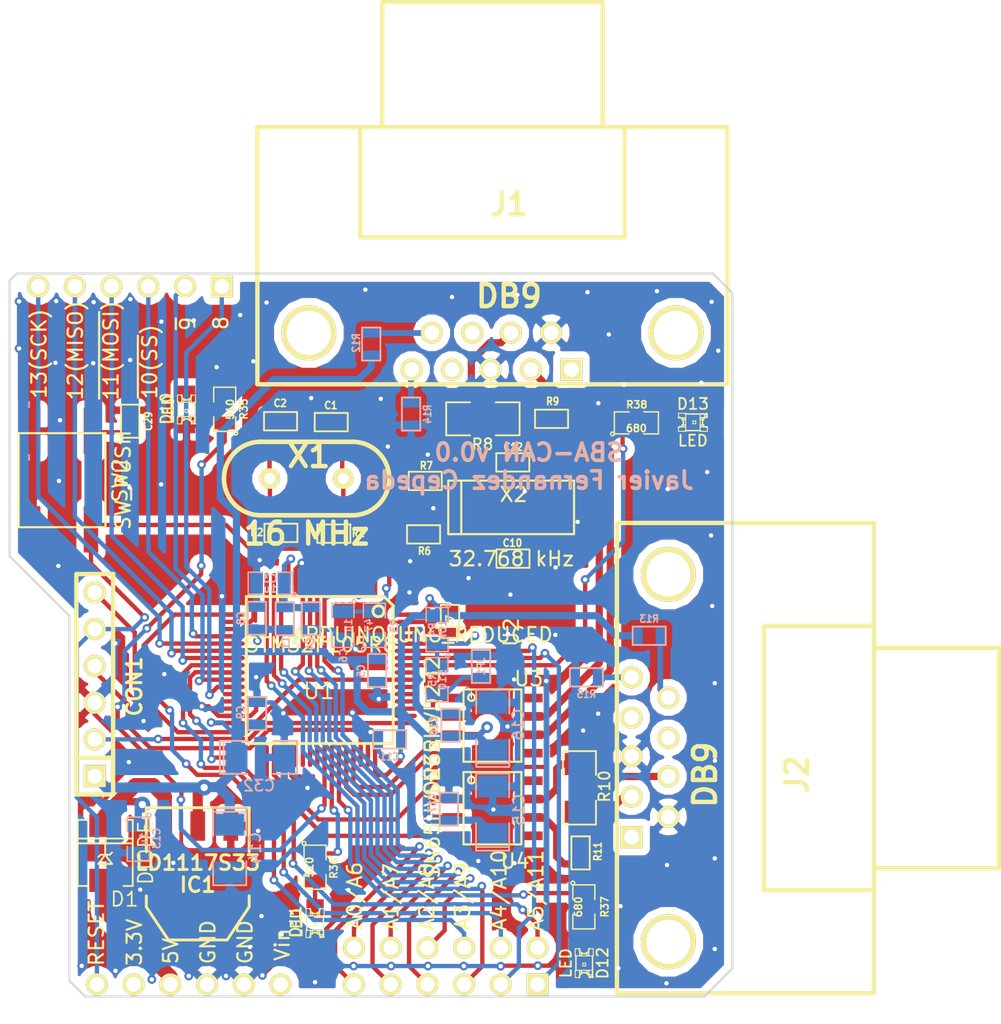
<source format=kicad_pcb>
(kicad_pcb (version 3) (host pcbnew "(2013-07-07 BZR 4022)-stable")
  (title_block (title Chiliboard) (rev 0.0.1) (company "Javier Fernández Cepeda"))
  (layers (15 F.Cu signal) (0 B.Cu signal) (18 B.Paste user) (19 F.Paste user) (20 B.SilkS user) (21 F.SilkS user) (22 B.Mask user) (23 F.Mask user) (28 Edge.Cuts user))
  (net 0 "")
  (net 1 /BOOT0)
  (net 2 "/CAN Interface/3V3")
  (net 3 "/CAN Interface/CAN1_RX")
  (net 4 "/CAN Interface/CAN1_TX")
  (net 5 "/CAN Interface/CAN2_RX")
  (net 6 "/CAN Interface/CAN2_TX")
  (net 7 /OSC32_IN)
  (net 8 /OSC32_OUT)
  (net 9 /OSC_IN)
  (net 10 /OSC_OUT)
  (net 11 /Peripherals/5V)
  (net 12 /Peripherals/A0)
  (net 13 /Peripherals/A1)
  (net 14 /Peripherals/A10)
  (net 15 /Peripherals/A11)
  (net 16 /Peripherals/A2)
  (net 17 /Peripherals/A3)
  (net 18 /Peripherals/A6)
  (net 19 /Peripherals/A7)
  (net 20 /Peripherals/A8)
  (net 21 /Peripherals/A9)
  (net 22 /Peripherals/GPIO1)
  (net 23 /Peripherals/LED1)
  (net 24 /Peripherals/LED2)
  (net 25 /Peripherals/LED3)
  (net 26 /Peripherals/LED4)
  (net 27 /Peripherals/PWM1)
  (net 28 /Peripherals/RESET_BUTTON)
  (net 29 /Peripherals/SCL)
  (net 30 /Peripherals/SDA)
  (net 31 /Peripherals/SPI_MISO)
  (net 32 /Peripherals/SPI_MOSI)
  (net 33 /Peripherals/SPI_NSS)
  (net 34 /Peripherals/SPI_SCLK)
  (net 35 /SWCLK)
  (net 36 /SWDIO)
  (net 37 /SWO)
  (net 38 /VBAT)
  (net 39 /VDDA)
  (net 40 GND)
  (net 41 N-0000053)
  (net 42 N-0000054)
  (net 43 N-0000058)
  (net 44 N-0000061)
  (net 45 N-0000062)
  (net 46 N-0000063)
  (net 47 N-0000065)
  (net 48 N-0000066)
  (net 49 N-0000069)
  (net 50 N-0000070)
  (net 51 N-0000071)
  (net 52 N-0000072)
  (net 53 N-0000080)
  (net 54 N-0000081)
  (net 55 N-0000082)
  (net 56 N-0000083)
  (net 57 N-0000084)
  (net 58 N-0000087)
  (net 59 N-0000089)
  (net 60 N-0000090)
  (module SOT223 (layer F.Cu) (at 137.8331 119.8118 180)
    (fp_text reference IC1 (at 0 -0.762 180) (layer F.SilkS) (effects (font (size 1.016 1.016) (thickness 0.2032))))
    (fp_text value LD1117S33 (at 0 0.762 180) (layer F.SilkS) (effects (font (size 1.016 1.016) (thickness 0.2032))))
    (pad 4 smd rect (at 0 -3.302 180) (size 3.6576 2.032) (layers F.Cu F.Paste F.Mask))
    (pad 2 smd rect (at 0 3.302 180) (size 1.016 2.032) (layers F.Cu F.Paste F.Mask) (net 2 "/CAN Interface/3V3"))
    (pad 3 smd rect (at 2.286 3.302 180) (size 1.016 2.032) (layers F.Cu F.Paste F.Mask) (net 46 N-0000063))
    (pad 1 smd rect (at -2.286 3.302 180) (size 1.016 2.032) (layers F.Cu F.Paste F.Mask) (net 40 GND))
  )
  (module SOIC8 (layer F.Cu) (at 158.2166 109.5629 270)
    (fp_text reference U3 (at -3.2385 -2.5146 360) (layer F.SilkS))
    (fp_text value SN65HVD232 (at 0.0254 4.1529 270) (layer F.SilkS))
    (pad 3 smd rect (at 0.635 2.7 270) (size 0.6 1.55) (layers F.Cu F.Paste F.Mask) (net 2 "/CAN Interface/3V3"))
    (pad 2 smd rect (at -0.635 2.7 270) (size 0.6 1.55) (layers F.Cu F.Paste F.Mask) (net 40 GND))
    (pad 1 smd rect (at -1.905 2.7 270) (size 0.6 1.55) (layers F.Cu F.Paste F.Mask) (net 4 "/CAN Interface/CAN1_TX"))
    (pad 4 smd rect (at 1.905 2.7 270) (size 0.6 1.55) (layers F.Cu F.Paste F.Mask) (net 3 "/CAN Interface/CAN1_RX"))
    (pad 8 smd rect (at -1.905 -2.7 270) (size 0.6 1.55) (layers F.Cu F.Paste F.Mask))
    (pad 7 smd rect (at -0.635 -2.7 270) (size 0.6 1.55) (layers F.Cu F.Paste F.Mask) (net 53 N-0000080))
    (pad 6 smd rect (at 0.635 -2.7 270) (size 0.6 1.55) (layers F.Cu F.Paste F.Mask) (net 52 N-0000072))
    (pad 5 smd rect (at 1.905 -2.7 270) (size 0.6 1.55) (layers F.Cu F.Paste F.Mask))
  )
  (module SOIC8 (layer F.Cu) (at 158.2166 115.2779 270)
    (fp_text reference U4 (at 3.6576 -1.5621 360) (layer F.SilkS))
    (fp_text value SN65HVD232 (at 0.0254 4.1529 270) (layer F.SilkS))
    (pad 3 smd rect (at 0.635 2.7 270) (size 0.6 1.55) (layers F.Cu F.Paste F.Mask) (net 2 "/CAN Interface/3V3"))
    (pad 2 smd rect (at -0.635 2.7 270) (size 0.6 1.55) (layers F.Cu F.Paste F.Mask) (net 40 GND))
    (pad 1 smd rect (at -1.905 2.7 270) (size 0.6 1.55) (layers F.Cu F.Paste F.Mask) (net 6 "/CAN Interface/CAN2_TX"))
    (pad 4 smd rect (at 1.905 2.7 270) (size 0.6 1.55) (layers F.Cu F.Paste F.Mask) (net 5 "/CAN Interface/CAN2_RX"))
    (pad 8 smd rect (at -1.905 -2.7 270) (size 0.6 1.55) (layers F.Cu F.Paste F.Mask))
    (pad 7 smd rect (at -0.635 -2.7 270) (size 0.6 1.55) (layers F.Cu F.Paste F.Mask) (net 58 N-0000087))
    (pad 6 smd rect (at 0.635 -2.7 270) (size 0.6 1.55) (layers F.Cu F.Paste F.Mask) (net 60 N-0000090))
    (pad 5 smd rect (at 1.905 -2.7 270) (size 0.6 1.55) (layers F.Cu F.Paste F.Mask))
  )
  (module SM1206POL (layer B.Cu) (at 140.0429 118.0592 270)
    (fp_text reference C14 (at -0.0254 -1.7653 270) (layer B.SilkS) (effects (font (size 0.762 0.762) (thickness 0.127)) (justify mirror)))
    (fp_text value 10u hide)
    (pad 1 smd rect (at -1.651 0 270) (size 1.524 2.032) (layers B.Cu B.Paste B.Mask) (net 2 "/CAN Interface/3V3"))
    (pad 2 smd rect (at 1.651 0 270) (size 1.524 2.032) (layers B.Cu B.Paste B.Mask) (net 40 GND))
  )
  (module SM1206POL (layer B.Cu) (at 142.1638 111.76)
    (fp_text reference C32 (at -0.0889 1.9558) (layer B.SilkS) (effects (font (size 0.762 0.762) (thickness 0.127)) (justify mirror)))
    (fp_text value 4u7 hide)
    (pad 1 smd rect (at -1.651 0) (size 1.524 2.032) (layers B.Cu B.Paste B.Mask) (net 2 "/CAN Interface/3V3"))
    (pad 2 smd rect (at 1.651 0) (size 1.524 2.032) (layers B.Cu B.Paste B.Mask) (net 40 GND))
  )
  (module SM1206POL (layer B.Cu) (at 158.2293 115.4176 90)
    (fp_text reference C15 (at 0.0254 1.8161 90) (layer B.SilkS) (effects (font (size 0.762 0.762) (thickness 0.127)) (justify mirror)))
    (fp_text value 10u hide)
    (pad 1 smd rect (at -1.651 0 90) (size 1.524 2.032) (layers B.Cu B.Paste B.Mask) (net 2 "/CAN Interface/3V3"))
    (pad 2 smd rect (at 1.651 0 90) (size 1.524 2.032) (layers B.Cu B.Paste B.Mask) (net 40 GND))
  )
  (module SM1206POL (layer B.Cu) (at 158.242 109.6264 90)
    (fp_text reference C16 (at 0.127 1.7526 90) (layer B.SilkS) (effects (font (size 0.762 0.762) (thickness 0.127)) (justify mirror)))
    (fp_text value 10u hide)
    (pad 1 smd rect (at -1.651 0 90) (size 1.524 2.032) (layers B.Cu B.Paste B.Mask) (net 2 "/CAN Interface/3V3"))
    (pad 2 smd rect (at 1.651 0 90) (size 1.524 2.032) (layers B.Cu B.Paste B.Mask) (net 40 GND))
  )
  (module SM1206 (layer F.Cu) (at 157.5562 88.3539)
    (fp_text reference R8 (at -0.0254 1.7653) (layer F.SilkS) (effects (font (size 0.762 0.762) (thickness 0.127))))
    (fp_text value 120 hide)
    (pad 1 smd rect (at -1.651 0) (size 1.524 2.032) (layers F.Cu F.Paste F.Mask) (net 53 N-0000080))
    (pad 2 smd rect (at 1.651 0) (size 1.524 2.032) (layers F.Cu F.Paste F.Mask) (net 59 N-0000089))
  )
  (module SM1206 (layer F.Cu) (at 164.2364 113.8682 270)
    (fp_text reference R10 (at -0.1016 -1.7272 270) (layer F.SilkS) (effects (font (size 0.762 0.762) (thickness 0.127))))
    (fp_text value 120 hide)
    (pad 1 smd rect (at -1.651 0 270) (size 1.524 2.032) (layers F.Cu F.Paste F.Mask) (net 58 N-0000087))
    (pad 2 smd rect (at 1.651 0 270) (size 1.524 2.032) (layers F.Cu F.Paste F.Mask) (net 51 N-0000071))
  )
  (module SM0805 (layer B.Cu) (at 154.3939 102.9208 270)
    (fp_text reference R4 (at 0 0.3175 270) (layer B.SilkS) (effects (font (size 0.50038 0.50038) (thickness 0.10922)) (justify mirror)))
    (fp_text value 10k (at 0 -0.381 270) (layer B.SilkS) (effects (font (size 0.50038 0.50038) (thickness 0.10922)) (justify mirror)))
    (pad 1 smd rect (at -0.9525 0 270) (size 0.889 1.397) (layers B.Cu B.Paste B.Mask) (net 2 "/CAN Interface/3V3"))
    (pad 2 smd rect (at 0.9525 0 270) (size 0.889 1.397) (layers B.Cu B.Paste B.Mask) (net 1 /BOOT0))
  )
  (module SM0805 (layer B.Cu) (at 133.7183 117.4115 270)
    (fp_text reference C13 (at -0.0508 -1.27 270) (layer B.SilkS) (effects (font (size 0.50038 0.50038) (thickness 0.10922)) (justify mirror)))
    (fp_text value 1u (at 0 -0.381 270) (layer B.SilkS) (effects (font (size 0.50038 0.50038) (thickness 0.10922)) (justify mirror)))
    (pad 1 smd rect (at -0.9525 0 270) (size 0.889 1.397) (layers B.Cu B.Paste B.Mask) (net 46 N-0000063))
    (pad 2 smd rect (at 0.9525 0 270) (size 0.889 1.397) (layers B.Cu B.Paste B.Mask) (net 40 GND))
  )
  (module SM0805 (layer F.Cu) (at 168.1734 88.6333)
    (fp_text reference R38 (at 0.0254 -1.2573) (layer F.SilkS) (effects (font (size 0.50038 0.50038) (thickness 0.10922))))
    (fp_text value 680 (at 0 0.381) (layer F.SilkS) (effects (font (size 0.50038 0.50038) (thickness 0.10922))))
    (pad 1 smd rect (at -0.9525 0) (size 0.889 1.397) (layers F.Cu F.Paste F.Mask) (net 26 /Peripherals/LED4))
    (pad 2 smd rect (at 0.9525 0) (size 0.889 1.397) (layers F.Cu F.Paste F.Mask) (net 49 N-0000069))
  )
  (module SM0805 (layer F.Cu) (at 164.5412 122.0978 270)
    (fp_text reference R37 (at 0 -1.4478 270) (layer F.SilkS) (effects (font (size 0.50038 0.50038) (thickness 0.10922))))
    (fp_text value 680 (at 0 0.381 270) (layer F.SilkS) (effects (font (size 0.50038 0.50038) (thickness 0.10922))))
    (pad 1 smd rect (at -0.9525 0 270) (size 0.889 1.397) (layers F.Cu F.Paste F.Mask) (net 25 /Peripherals/LED3))
    (pad 2 smd rect (at 0.9525 0 270) (size 0.889 1.397) (layers F.Cu F.Paste F.Mask) (net 50 N-0000070))
  )
  (module SM0805 (layer F.Cu) (at 145.9484 119.3546 270)
    (fp_text reference R36 (at 0.0635 -1.2954 270) (layer F.SilkS) (effects (font (size 0.50038 0.50038) (thickness 0.10922))))
    (fp_text value 510 (at 0 0.381 270) (layer F.SilkS) (effects (font (size 0.50038 0.50038) (thickness 0.10922))))
    (pad 1 smd rect (at -0.9525 0 270) (size 0.889 1.397) (layers F.Cu F.Paste F.Mask) (net 24 /Peripherals/LED2))
    (pad 2 smd rect (at 0.9525 0 270) (size 0.889 1.397) (layers F.Cu F.Paste F.Mask) (net 48 N-0000066))
  )
  (module SM0805 (layer F.Cu) (at 139.7 87.6935 90)
    (fp_text reference R35 (at 0.0127 1.3208 90) (layer F.SilkS) (effects (font (size 0.50038 0.50038) (thickness 0.10922))))
    (fp_text value 510 (at 0 0.381 90) (layer F.SilkS) (effects (font (size 0.50038 0.50038) (thickness 0.10922))))
    (pad 1 smd rect (at -0.9525 0 90) (size 0.889 1.397) (layers F.Cu F.Paste F.Mask) (net 23 /Peripherals/LED1))
    (pad 2 smd rect (at 0.9525 0 90) (size 0.889 1.397) (layers F.Cu F.Paste F.Mask) (net 47 N-0000065))
  )
  (module SM0805 (layer B.Cu) (at 142.8496 99.7204 180)
    (fp_text reference C3 (at 0 0.3175 180) (layer B.SilkS) (effects (font (size 0.50038 0.50038) (thickness 0.10922)) (justify mirror)))
    (fp_text value 1u (at 0 -0.381 180) (layer B.SilkS) (effects (font (size 0.50038 0.50038) (thickness 0.10922)) (justify mirror)))
    (pad 1 smd rect (at -0.9525 0 180) (size 0.889 1.397) (layers B.Cu B.Paste B.Mask) (net 39 /VDDA))
    (pad 2 smd rect (at 0.9525 0 180) (size 0.889 1.397) (layers B.Cu B.Paste B.Mask) (net 40 GND))
  )
  (module SM0805 (layer B.Cu) (at 154.3812 106.3879 270)
    (fp_text reference R5 (at 0 0.3175 270) (layer B.SilkS) (effects (font (size 0.50038 0.50038) (thickness 0.10922)) (justify mirror)))
    (fp_text value 510 (at 0 -0.381 270) (layer B.SilkS) (effects (font (size 0.50038 0.50038) (thickness 0.10922)) (justify mirror)))
    (pad 1 smd rect (at -0.9525 0 270) (size 0.889 1.397) (layers B.Cu B.Paste B.Mask) (net 1 /BOOT0))
    (pad 2 smd rect (at 0.9525 0 270) (size 0.889 1.397) (layers B.Cu B.Paste B.Mask) (net 43 N-0000058))
  )
  (module SM0805 (layer B.Cu) (at 147.8788 102.6287 270)
    (fp_text reference C6 (at 2.0955 -0.0254 270) (layer B.SilkS) (effects (font (size 0.50038 0.50038) (thickness 0.10922)) (justify mirror)))
    (fp_text value 1u (at 0 -0.381 270) (layer B.SilkS) (effects (font (size 0.50038 0.50038) (thickness 0.10922)) (justify mirror)))
    (pad 1 smd rect (at -0.9525 0 270) (size 0.889 1.397) (layers B.Cu B.Paste B.Mask) (net 38 /VBAT))
    (pad 2 smd rect (at 0.9525 0 270) (size 0.889 1.397) (layers B.Cu B.Paste B.Mask) (net 40 GND))
  )
  (module SM0805 (layer B.Cu) (at 150.0505 102.6287 90)
    (fp_text reference R3 (at -0.0254 1.3716 90) (layer B.SilkS) (effects (font (size 0.50038 0.50038) (thickness 0.10922)) (justify mirror)))
    (fp_text value 47 (at 0 -0.381 90) (layer B.SilkS) (effects (font (size 0.50038 0.50038) (thickness 0.10922)) (justify mirror)))
    (pad 1 smd rect (at -0.9525 0 90) (size 0.889 1.397) (layers B.Cu B.Paste B.Mask) (net 2 "/CAN Interface/3V3"))
    (pad 2 smd rect (at 0.9525 0 90) (size 0.889 1.397) (layers B.Cu B.Paste B.Mask) (net 38 /VBAT))
  )
  (module SM0603 (layer F.Cu) (at 153.5684 92.6465 180)
    (fp_text reference R7 (at -0.0762 1.0541 180) (layer F.SilkS) (effects (font (size 0.508 0.4572) (thickness 0.1143))))
    (fp_text value 0 hide)
    (pad 1 smd rect (at -0.762 0 180) (size 0.635 1.143) (layers F.Cu F.Paste F.Mask) (net 42 N-0000054))
    (pad 2 smd rect (at 0.762 0 180) (size 0.635 1.143) (layers F.Cu F.Paste F.Mask) (net 8 /OSC32_OUT))
  )
  (module SM0603 (layer B.Cu) (at 155.2067 115.3414 90)
    (fp_text reference C17 (at 0.4318 -1.1557 90) (layer B.SilkS) (effects (font (size 0.508 0.4572) (thickness 0.1143)) (justify mirror)))
    (fp_text value 100n hide)
    (pad 1 smd rect (at -0.762 0 90) (size 0.635 1.143) (layers B.Cu B.Paste B.Mask) (net 2 "/CAN Interface/3V3"))
    (pad 2 smd rect (at 0.762 0 90) (size 0.635 1.143) (layers B.Cu B.Paste B.Mask) (net 40 GND))
  )
  (module SM0603 (layer B.Cu) (at 155.321 109.5375 90)
    (fp_text reference C18 (at -0.0381 -1.1684 90) (layer B.SilkS) (effects (font (size 0.508 0.4572) (thickness 0.1143)) (justify mirror)))
    (fp_text value 100n hide)
    (pad 1 smd rect (at -0.762 0 90) (size 0.635 1.143) (layers B.Cu B.Paste B.Mask) (net 2 "/CAN Interface/3V3"))
    (pad 2 smd rect (at 0.762 0 90) (size 0.635 1.143) (layers B.Cu B.Paste B.Mask) (net 40 GND))
  )
  (module SM0603 (layer F.Cu) (at 164.3126 118.364 270)
    (fp_text reference R11 (at -0.1016 -1.1938 270) (layer F.SilkS) (effects (font (size 0.508 0.4572) (thickness 0.1143))))
    (fp_text value 0 hide)
    (pad 1 smd rect (at -0.762 0 270) (size 0.635 1.143) (layers F.Cu F.Paste F.Mask) (net 51 N-0000071))
    (pad 2 smd rect (at 0.762 0 270) (size 0.635 1.143) (layers F.Cu F.Paste F.Mask) (net 60 N-0000090))
  )
  (module SM0603 (layer F.Cu) (at 162.306 88.3539)
    (fp_text reference R9 (at 0.0762 -1.2065) (layer F.SilkS) (effects (font (size 0.508 0.4572) (thickness 0.1143))))
    (fp_text value 0 hide)
    (pad 1 smd rect (at -0.762 0) (size 0.635 1.143) (layers F.Cu F.Paste F.Mask) (net 59 N-0000089))
    (pad 2 smd rect (at 0.762 0) (size 0.635 1.143) (layers F.Cu F.Paste F.Mask) (net 52 N-0000072))
  )
  (module SM0603 (layer B.Cu) (at 152.5905 88.0237 90)
    (fp_text reference R14 (at -0.0127 1.1303 90) (layer B.SilkS) (effects (font (size 0.508 0.4572) (thickness 0.1143)) (justify mirror)))
    (fp_text value 0 hide)
    (pad 1 smd rect (at -0.762 0 90) (size 0.635 1.143) (layers B.Cu B.Paste B.Mask) (net 40 GND))
    (pad 2 smd rect (at 0.762 0 90) (size 0.635 1.143) (layers B.Cu B.Paste B.Mask) (net 57 N-0000084))
  )
  (module SM0603 (layer B.Cu) (at 149.8346 83.185 90)
    (fp_text reference R12 (at 0.0762 -1.0414 90) (layer B.SilkS) (effects (font (size 0.508 0.4572) (thickness 0.1143)) (justify mirror)))
    (fp_text value 0 hide)
    (pad 1 smd rect (at -0.762 0 90) (size 0.635 1.143) (layers B.Cu B.Paste B.Mask) (net 2 "/CAN Interface/3V3"))
    (pad 2 smd rect (at 0.762 0 90) (size 0.635 1.143) (layers B.Cu B.Paste B.Mask) (net 56 N-0000083))
  )
  (module SM0603 (layer B.Cu) (at 164.719 106.2228)
    (fp_text reference R15 (at 0 1.1684) (layer B.SilkS) (effects (font (size 0.508 0.4572) (thickness 0.1143)) (justify mirror)))
    (fp_text value 0 hide)
    (pad 1 smd rect (at -0.762 0) (size 0.635 1.143) (layers B.Cu B.Paste B.Mask) (net 40 GND))
    (pad 2 smd rect (at 0.762 0) (size 0.635 1.143) (layers B.Cu B.Paste B.Mask) (net 54 N-0000081))
  )
  (module SM0603 (layer F.Cu) (at 133.1595 88.519 90)
    (fp_text reference C29 (at 0 1.2573 90) (layer F.SilkS) (effects (font (size 0.508 0.4572) (thickness 0.1143))))
    (fp_text value 100n hide)
    (pad 1 smd rect (at -0.762 0 90) (size 0.635 1.143) (layers F.Cu F.Paste F.Mask) (net 28 /Peripherals/RESET_BUTTON))
    (pad 2 smd rect (at 0.762 0 90) (size 0.635 1.143) (layers F.Cu F.Paste F.Mask) (net 40 GND))
  )
  (module SM0603 (layer B.Cu) (at 169.0624 103.3526)
    (fp_text reference R13 (at 0 -1.1684) (layer B.SilkS) (effects (font (size 0.508 0.4572) (thickness 0.1143)) (justify mirror)))
    (fp_text value 0 hide)
    (pad 1 smd rect (at -0.762 0) (size 0.635 1.143) (layers B.Cu B.Paste B.Mask) (net 2 "/CAN Interface/3V3"))
    (pad 2 smd rect (at 0.762 0) (size 0.635 1.143) (layers B.Cu B.Paste B.Mask) (net 55 N-0000082))
  )
  (module SM0603 (layer B.Cu) (at 151.1046 110.5154)
    (fp_text reference C11 (at -0.0127 1.1938) (layer B.SilkS) (effects (font (size 0.508 0.4572) (thickness 0.1143)) (justify mirror)))
    (fp_text value 100n hide)
    (pad 1 smd rect (at -0.762 0) (size 0.635 1.143) (layers B.Cu B.Paste B.Mask) (net 40 GND))
    (pad 2 smd rect (at 0.762 0) (size 0.635 1.143) (layers B.Cu B.Paste B.Mask) (net 2 "/CAN Interface/3V3"))
  )
  (module SM0603 (layer B.Cu) (at 141.9352 108.7247 270)
    (fp_text reference C9 (at -0.0762 1.143 270) (layer B.SilkS) (effects (font (size 0.508 0.4572) (thickness 0.1143)) (justify mirror)))
    (fp_text value 100n hide)
    (pad 1 smd rect (at -0.762 0 270) (size 0.635 1.143) (layers B.Cu B.Paste B.Mask) (net 40 GND))
    (pad 2 smd rect (at 0.762 0 270) (size 0.635 1.143) (layers B.Cu B.Paste B.Mask) (net 2 "/CAN Interface/3V3"))
  )
  (module SM0603 (layer B.Cu) (at 143.8529 102.1715 90)
    (fp_text reference L1 (at -1.7145 0.0635 90) (layer B.SilkS) (effects (font (size 0.508 0.4572) (thickness 0.1143)) (justify mirror)))
    (fp_text value fcm1608 hide)
    (pad 1 smd rect (at -0.762 0 90) (size 0.635 1.143) (layers B.Cu B.Paste B.Mask) (net 2 "/CAN Interface/3V3"))
    (pad 2 smd rect (at 0.762 0 90) (size 0.635 1.143) (layers B.Cu B.Paste B.Mask) (net 39 /VDDA))
  )
  (module SM0603 (layer B.Cu) (at 145.669 102.1715 270)
    (fp_text reference C4 (at 1.7399 0.0381 270) (layer B.SilkS) (effects (font (size 0.508 0.4572) (thickness 0.1143)) (justify mirror)))
    (fp_text value 100n hide)
    (pad 1 smd rect (at -0.762 0 270) (size 0.635 1.143) (layers B.Cu B.Paste B.Mask) (net 39 /VDDA))
    (pad 2 smd rect (at 0.762 0 270) (size 0.635 1.143) (layers B.Cu B.Paste B.Mask) (net 40 GND))
  )
  (module SM0603 (layer B.Cu) (at 150.241 105.7529 270)
    (fp_text reference C5 (at 0.0381 1.1049 270) (layer B.SilkS) (effects (font (size 0.508 0.4572) (thickness 0.1143)) (justify mirror)))
    (fp_text value 100n hide)
    (pad 1 smd rect (at -0.762 0 270) (size 0.635 1.143) (layers B.Cu B.Paste B.Mask) (net 2 "/CAN Interface/3V3"))
    (pad 2 smd rect (at 0.762 0 270) (size 0.635 1.143) (layers B.Cu B.Paste B.Mask) (net 40 GND))
  )
  (module SM0603 (layer F.Cu) (at 147.066 88.5825)
    (fp_text reference C1 (at -0.0254 -1.1557) (layer F.SilkS) (effects (font (size 0.508 0.4572) (thickness 0.1143))))
    (fp_text value 4.7p hide)
    (pad 1 smd rect (at -0.762 0) (size 0.635 1.143) (layers F.Cu F.Paste F.Mask) (net 40 GND))
    (pad 2 smd rect (at 0.762 0) (size 0.635 1.143) (layers F.Cu F.Paste F.Mask) (net 44 N-0000061))
  )
  (module SM0603 (layer F.Cu) (at 143.5608 88.519 180)
    (fp_text reference C2 (at 0.0254 1.2446 180) (layer F.SilkS) (effects (font (size 0.508 0.4572) (thickness 0.1143))))
    (fp_text value 4.7p hide)
    (pad 1 smd rect (at -0.762 0 180) (size 0.635 1.143) (layers F.Cu F.Paste F.Mask) (net 40 GND))
    (pad 2 smd rect (at 0.762 0 180) (size 0.635 1.143) (layers F.Cu F.Paste F.Mask) (net 45 N-0000062))
  )
  (module SM0603 (layer F.Cu) (at 147.2438 96.2914 180)
    (fp_text reference R1 (at -1.7018 0.0254 180) (layer F.SilkS) (effects (font (size 0.508 0.4572) (thickness 0.1143))))
    (fp_text value 0 hide)
    (pad 1 smd rect (at -0.762 0 180) (size 0.635 1.143) (layers F.Cu F.Paste F.Mask) (net 44 N-0000061))
    (pad 2 smd rect (at 0.762 0 180) (size 0.635 1.143) (layers F.Cu F.Paste F.Mask) (net 9 /OSC_IN))
  )
  (module SM0603 (layer F.Cu) (at 143.5862 96.2406)
    (fp_text reference R2 (at -1.6637 -0.0381) (layer F.SilkS) (effects (font (size 0.508 0.4572) (thickness 0.1143))))
    (fp_text value 0 hide)
    (pad 1 smd rect (at -0.762 0) (size 0.635 1.143) (layers F.Cu F.Paste F.Mask) (net 45 N-0000062))
    (pad 2 smd rect (at 0.762 0) (size 0.635 1.143) (layers F.Cu F.Paste F.Mask) (net 10 /OSC_OUT))
  )
  (module SM0603 (layer B.Cu) (at 141.9225 102.1461 270)
    (fp_text reference C8 (at 0 1.1176 270) (layer B.SilkS) (effects (font (size 0.508 0.4572) (thickness 0.1143)) (justify mirror)))
    (fp_text value 100n hide)
    (pad 1 smd rect (at -0.762 0 270) (size 0.635 1.143) (layers B.Cu B.Paste B.Mask) (net 40 GND))
    (pad 2 smd rect (at 0.762 0 270) (size 0.635 1.143) (layers B.Cu B.Paste B.Mask) (net 2 "/CAN Interface/3V3"))
  )
  (module SM0603 (layer B.Cu) (at 157.4292 105.4735 90)
    (fp_text reference JP1 (at 0 0 90) (layer B.SilkS) (effects (font (size 0.508 0.4572) (thickness 0.1143)) (justify mirror)))
    (fp_text value JUMPER hide)
    (pad 1 smd rect (at -0.762 0 90) (size 0.635 1.143) (layers B.Cu B.Paste B.Mask) (net 43 N-0000058))
    (pad 2 smd rect (at 0.762 0 90) (size 0.635 1.143) (layers B.Cu B.Paste B.Mask) (net 40 GND))
  )
  (module SM0603 (layer F.Cu) (at 155.2829 102.362 90)
    (fp_text reference C7 (at 0 0 90) (layer F.SilkS) (effects (font (size 0.508 0.4572) (thickness 0.1143))))
    (fp_text value 100n hide)
    (pad 1 smd rect (at -0.762 0 90) (size 0.635 1.143) (layers F.Cu F.Paste F.Mask) (net 40 GND))
    (pad 2 smd rect (at 0.762 0 90) (size 0.635 1.143) (layers F.Cu F.Paste F.Mask) (net 2 "/CAN Interface/3V3"))
  )
  (module SM0603 (layer F.Cu) (at 159.639 98.0186 180)
    (fp_text reference C10 (at 0.0381 1.0795 180) (layer F.SilkS) (effects (font (size 0.508 0.4572) (thickness 0.1143))))
    (fp_text value 6.8p hide)
    (pad 1 smd rect (at -0.762 0 180) (size 0.635 1.143) (layers F.Cu F.Paste F.Mask) (net 40 GND))
    (pad 2 smd rect (at 0.762 0 180) (size 0.635 1.143) (layers F.Cu F.Paste F.Mask) (net 41 N-0000053))
  )
  (module SM0603 (layer F.Cu) (at 159.6263 91.3638 180)
    (fp_text reference C12 (at -0.0254 1.0668 180) (layer F.SilkS) (effects (font (size 0.508 0.4572) (thickness 0.1143))))
    (fp_text value 6.8p hide)
    (pad 1 smd rect (at -0.762 0 180) (size 0.635 1.143) (layers F.Cu F.Paste F.Mask) (net 40 GND))
    (pad 2 smd rect (at 0.762 0 180) (size 0.635 1.143) (layers F.Cu F.Paste F.Mask) (net 42 N-0000054))
  )
  (module SM0603 (layer F.Cu) (at 153.4541 96.3422 180)
    (fp_text reference R6 (at -0.0635 -1.1557 180) (layer F.SilkS) (effects (font (size 0.508 0.4572) (thickness 0.1143))))
    (fp_text value 0 hide)
    (pad 1 smd rect (at -0.762 0 180) (size 0.635 1.143) (layers F.Cu F.Paste F.Mask) (net 41 N-0000053))
    (pad 2 smd rect (at 0.762 0 180) (size 0.635 1.143) (layers F.Cu F.Paste F.Mask) (net 7 /OSC32_IN))
  )
  (module RTC (layer F.Cu) (at 159.512 94.4753)
    (fp_text reference X2 (at 0.1651 -0.889) (layer F.SilkS))
    (fp_text value "32.768 kHz" (at 0.0127 3.556) (layer F.SilkS))
    (pad 1 smd rect (at -2.75 -1.6) (size 1.3 1.9) (layers F.Cu F.Paste F.Mask) (net 42 N-0000054))
    (pad 2 smd rect (at -2.75 1.6) (size 1.3 1.9) (layers F.Cu F.Paste F.Mask) (net 41 N-0000053))
    (pad 3 smd rect (at 2.75 -1.6) (size 1.3 1.9) (layers F.Cu F.Paste F.Mask))
    (pad 4 smd rect (at 2.75 1.6) (size 1.3 1.9) (layers F.Cu F.Paste F.Mask))
  )
  (module PIN_ARRAY-6X1 (layer F.Cu) (at 130.7084 106.7054 90)
    (fp_text reference CON1 (at -0.1524 2.7432 90) (layer F.SilkS) (effects (font (size 1.016 1.016) (thickness 0.2032))))
    (fp_text value SWD hide)
    (pad 1 thru_hole rect (at -6.35 0 90) (size 1.524 1.524) (drill 1.016) (layers *.Cu *.Mask F.SilkS) (net 2 "/CAN Interface/3V3"))
    (pad 2 thru_hole circle (at -3.81 0 90) (size 1.524 1.524) (drill 1.016) (layers *.Cu *.Mask F.SilkS) (net 35 /SWCLK))
    (pad 3 thru_hole circle (at -1.27 0 90) (size 1.524 1.524) (drill 1.016) (layers *.Cu *.Mask F.SilkS) (net 40 GND))
    (pad 4 thru_hole circle (at 1.27 0 90) (size 1.524 1.524) (drill 1.016) (layers *.Cu *.Mask F.SilkS) (net 36 /SWDIO))
    (pad 5 thru_hole circle (at 3.81 0 90) (size 1.524 1.524) (drill 1.016) (layers *.Cu *.Mask F.SilkS) (net 28 /Peripherals/RESET_BUTTON))
    (pad 6 thru_hole circle (at 6.35 0 90) (size 1.524 1.524) (drill 1.016) (layers *.Cu *.Mask F.SilkS) (net 37 /SWO))
  )
  (module LQFP64 (layer F.Cu) (at 146.3548 105.6386 180)
    (fp_text reference U1 (at 0.127 -1.524 180) (layer F.SilkS) (effects (font (size 1.09982 1.09982) (thickness 0.127))))
    (fp_text value STM32F105R8 (at 0 1.651 180) (layer F.SilkS) (effects (font (size 1.00076 1.00076) (thickness 0.1524))))
    (pad 1 smd rect (at -3.74904 5.86994 180) (size 0.3 1.524) (layers F.Cu F.Paste F.Mask) (net 38 /VBAT))
    (pad 2 smd oval (at -3.24866 5.86994 180) (size 0.3 1.524) (layers F.Cu F.Paste F.Mask))
    (pad 3 smd oval (at -2.74828 5.86994 180) (size 0.3 1.524) (layers F.Cu F.Paste F.Mask) (net 7 /OSC32_IN))
    (pad 4 smd oval (at -2.2479 5.86994 180) (size 0.3 1.524) (layers F.Cu F.Paste F.Mask) (net 8 /OSC32_OUT))
    (pad 5 smd oval (at -1.74752 5.86994 180) (size 0.3 1.524) (layers F.Cu F.Paste F.Mask) (net 9 /OSC_IN))
    (pad 6 smd oval (at -1.24968 5.86994 180) (size 0.3 1.524) (layers F.Cu F.Paste F.Mask) (net 10 /OSC_OUT))
    (pad 7 smd oval (at -0.7493 5.86994 180) (size 0.3 1.524) (layers F.Cu F.Paste F.Mask) (net 28 /Peripherals/RESET_BUTTON))
    (pad 8 smd oval (at -0.24892 5.86994 180) (size 0.3 1.524) (layers F.Cu F.Paste F.Mask) (net 12 /Peripherals/A0))
    (pad 9 smd oval (at 0.25146 5.86994 180) (size 0.3 1.524) (layers F.Cu F.Paste F.Mask) (net 18 /Peripherals/A6))
    (pad 10 smd oval (at 0.75184 5.86994 180) (size 0.3 1.524) (layers F.Cu F.Paste F.Mask) (net 13 /Peripherals/A1))
    (pad 11 smd oval (at 1.25222 5.86994 180) (size 0.3 1.524) (layers F.Cu F.Paste F.Mask) (net 19 /Peripherals/A7))
    (pad 12 smd oval (at 1.75006 5.86994 180) (size 0.3 1.524) (layers F.Cu F.Paste F.Mask) (net 40 GND))
    (pad 13 smd oval (at 2.25044 5.86994 180) (size 0.3 1.524) (layers F.Cu F.Paste F.Mask) (net 39 /VDDA))
    (pad 14 smd oval (at 2.75082 5.86994 180) (size 0.3 1.524) (layers F.Cu F.Paste F.Mask) (net 16 /Peripherals/A2))
    (pad 15 smd oval (at 3.2512 5.86994 180) (size 0.3 1.524) (layers F.Cu F.Paste F.Mask) (net 20 /Peripherals/A8))
    (pad 16 smd oval (at 3.75158 5.86994 180) (size 0.3 1.524) (layers F.Cu F.Paste F.Mask) (net 17 /Peripherals/A3))
    (pad 17 smd oval (at 6.0325 3.74904 180) (size 1.524 0.3) (layers F.Cu F.Paste F.Mask) (net 21 /Peripherals/A9))
    (pad 18 smd oval (at 6.0325 3.24866 180) (size 1.524 0.3) (layers F.Cu F.Paste F.Mask) (net 40 GND))
    (pad 19 smd oval (at 6.0325 2.74828 180) (size 1.524 0.3) (layers F.Cu F.Paste F.Mask) (net 2 "/CAN Interface/3V3"))
    (pad 20 smd oval (at 6.0325 2.2479 180) (size 1.524 0.3) (layers F.Cu F.Paste F.Mask) (net 33 /Peripherals/SPI_NSS))
    (pad 21 smd oval (at 6.0325 1.74752 180) (size 1.524 0.3) (layers F.Cu F.Paste F.Mask) (net 34 /Peripherals/SPI_SCLK))
    (pad 22 smd oval (at 6.0325 1.24968 180) (size 1.524 0.3) (layers F.Cu F.Paste F.Mask) (net 31 /Peripherals/SPI_MISO))
    (pad 23 smd oval (at 6.0325 0.7493 180) (size 1.524 0.3) (layers F.Cu F.Paste F.Mask) (net 32 /Peripherals/SPI_MOSI))
    (pad 24 smd oval (at 6.0325 0.24892 180) (size 1.524 0.3) (layers F.Cu F.Paste F.Mask) (net 14 /Peripherals/A10))
    (pad 25 smd oval (at 6.0325 -0.25146 180) (size 1.524 0.3) (layers F.Cu F.Paste F.Mask) (net 15 /Peripherals/A11))
    (pad 26 smd oval (at 6.0325 -0.75184 180) (size 1.524 0.3) (layers F.Cu F.Paste F.Mask) (net 27 /Peripherals/PWM1))
    (pad 27 smd oval (at 6.0325 -1.25222 180) (size 1.524 0.3) (layers F.Cu F.Paste F.Mask) (net 22 /Peripherals/GPIO1))
    (pad 28 smd oval (at 6.0325 -1.75006 180) (size 1.524 0.3) (layers F.Cu F.Paste F.Mask))
    (pad 29 smd oval (at 6.0325 -2.25044 180) (size 1.524 0.3) (layers F.Cu F.Paste F.Mask))
    (pad 30 smd oval (at 6.0325 -2.75082 180) (size 1.524 0.3) (layers F.Cu F.Paste F.Mask))
    (pad 31 smd oval (at 6.0325 -3.2512 180) (size 1.524 0.3) (layers F.Cu F.Paste F.Mask) (net 40 GND))
    (pad 32 smd oval (at 6.0325 -3.75158 180) (size 1.524 0.3) (layers F.Cu F.Paste F.Mask) (net 2 "/CAN Interface/3V3"))
    (pad 33 smd oval (at 3.75158 -6.0325 180) (size 0.3 1.524) (layers F.Cu F.Paste F.Mask) (net 5 "/CAN Interface/CAN2_RX"))
    (pad 34 smd oval (at 3.2512 -6.0325 180) (size 0.3 1.524) (layers F.Cu F.Paste F.Mask) (net 6 "/CAN Interface/CAN2_TX"))
    (pad 35 smd oval (at 2.75082 -6.0325 180) (size 0.3 1.524) (layers F.Cu F.Paste F.Mask))
    (pad 36 smd oval (at 2.25044 -6.0325 180) (size 0.3 1.524) (layers F.Cu F.Paste F.Mask))
    (pad 37 smd oval (at 1.75006 -6.0325 180) (size 0.3 1.524) (layers F.Cu F.Paste F.Mask))
    (pad 38 smd oval (at 1.25222 -6.0325 180) (size 0.3 1.524) (layers F.Cu F.Paste F.Mask))
    (pad 39 smd oval (at 0.75184 -6.0325 180) (size 0.3 1.524) (layers F.Cu F.Paste F.Mask))
    (pad 40 smd oval (at 0.25146 -6.0325 180) (size 0.3 1.524) (layers F.Cu F.Paste F.Mask))
    (pad 41 smd oval (at -0.24892 -6.0325 180) (size 0.3 1.524) (layers F.Cu F.Paste F.Mask) (net 23 /Peripherals/LED1))
    (pad 42 smd oval (at -0.7493 -6.0325 180) (size 0.3 1.524) (layers F.Cu F.Paste F.Mask) (net 24 /Peripherals/LED2))
    (pad 43 smd oval (at -1.24968 -6.0325 180) (size 0.3 1.524) (layers F.Cu F.Paste F.Mask) (net 25 /Peripherals/LED3))
    (pad 44 smd oval (at -1.74752 -6.0325 180) (size 0.3 1.524) (layers F.Cu F.Paste F.Mask) (net 3 "/CAN Interface/CAN1_RX"))
    (pad 45 smd oval (at -2.2479 -6.0325 180) (size 0.3 1.524) (layers F.Cu F.Paste F.Mask) (net 4 "/CAN Interface/CAN1_TX"))
    (pad 46 smd oval (at -2.74828 -6.0325 180) (size 0.3 1.524) (layers F.Cu F.Paste F.Mask) (net 36 /SWDIO))
    (pad 47 smd oval (at -3.24866 -6.0325 180) (size 0.3 1.524) (layers F.Cu F.Paste F.Mask) (net 40 GND))
    (pad 48 smd oval (at -3.74904 -6.0325 180) (size 0.3 1.524) (layers F.Cu F.Paste F.Mask) (net 2 "/CAN Interface/3V3"))
    (pad 49 smd oval (at -5.86994 -3.75158 180) (size 1.524 0.3) (layers F.Cu F.Paste F.Mask) (net 35 /SWCLK))
    (pad 50 smd oval (at -5.86994 -3.2512 180) (size 1.524 0.3) (layers F.Cu F.Paste F.Mask))
    (pad 52 smd oval (at -5.86994 -2.25044 180) (size 1.524 0.3) (layers F.Cu F.Paste F.Mask))
    (pad 51 smd oval (at -5.88772 -2.75082 180) (size 1.524 0.3) (layers F.Cu F.Paste F.Mask))
    (pad 53 smd oval (at -5.86994 -1.75006 180) (size 1.524 0.3) (layers F.Cu F.Paste F.Mask))
    (pad 54 smd oval (at -5.86994 -1.25222 180) (size 1.524 0.3) (layers F.Cu F.Paste F.Mask))
    (pad 55 smd oval (at -5.86994 -0.75184 180) (size 1.524 0.3) (layers F.Cu F.Paste F.Mask) (net 37 /SWO))
    (pad 56 smd oval (at -5.86994 -0.25146 180) (size 1.524 0.3) (layers F.Cu F.Paste F.Mask))
    (pad 57 smd oval (at -5.86994 0.24892 180) (size 1.524 0.3) (layers F.Cu F.Paste F.Mask) (net 26 /Peripherals/LED4))
    (pad 58 smd oval (at -5.86994 0.7493 180) (size 1.524 0.3) (layers F.Cu F.Paste F.Mask) (net 29 /Peripherals/SCL))
    (pad 59 smd oval (at -5.86994 1.24206 180) (size 1.524 0.3) (layers F.Cu F.Paste F.Mask) (net 30 /Peripherals/SDA))
    (pad 60 smd oval (at -5.86994 1.74244 180) (size 1.524 0.3) (layers F.Cu F.Paste F.Mask) (net 1 /BOOT0))
    (pad 61 smd oval (at -5.86994 2.24282 180) (size 1.524 0.3) (layers F.Cu F.Paste F.Mask))
    (pad 62 smd oval (at -5.86994 2.7432 180) (size 1.524 0.3) (layers F.Cu F.Paste F.Mask))
    (pad 63 smd oval (at -5.86994 3.24104 180) (size 1.524 0.3) (layers F.Cu F.Paste F.Mask) (net 40 GND))
    (pad 64 smd oval (at -5.86994 3.74142 180) (size 1.524 0.3) (layers F.Cu F.Paste F.Mask) (net 2 "/CAN Interface/3V3"))
  )
  (module LED-0805 (layer F.Cu) (at 172.085 88.5952)
    (fp_text reference D13 (at 0 -1.27) (layer F.SilkS) (effects (font (size 0.762 0.762) (thickness 0.127))))
    (fp_text value LED (at 0 1.27) (layer F.SilkS) (effects (font (size 0.762 0.762) (thickness 0.127))))
    (pad 1 smd rect (at -1.04902 0) (size 1.19888 1.19888) (layers F.Cu F.Paste F.Mask) (net 49 N-0000069))
    (pad 2 smd rect (at 1.04902 0) (size 1.19888 1.19888) (layers F.Cu F.Paste F.Mask) (net 40 GND))
  )
  (module LED-0805 (layer F.Cu) (at 164.5666 125.984 270)
    (fp_text reference D12 (at 0 -1.27 270) (layer F.SilkS) (effects (font (size 0.762 0.762) (thickness 0.127))))
    (fp_text value LED (at 0 1.27 270) (layer F.SilkS) (effects (font (size 0.762 0.762) (thickness 0.127))))
    (pad 1 smd rect (at -1.04902 0 270) (size 1.19888 1.19888) (layers F.Cu F.Paste F.Mask) (net 50 N-0000070))
    (pad 2 smd rect (at 1.04902 0 270) (size 1.19888 1.19888) (layers F.Cu F.Paste F.Mask) (net 40 GND))
  )
  (module LED-0805 (layer F.Cu) (at 145.9484 123.2154 270)
    (fp_text reference D11 (at -0.1016 1.3335 270) (layer F.SilkS) (effects (font (size 0.762 0.762) (thickness 0.127))))
    (fp_text value LED (at 0 1.27 270) (layer F.SilkS) (effects (font (size 0.762 0.762) (thickness 0.127))))
    (pad 1 smd rect (at -1.04902 0 270) (size 1.19888 1.19888) (layers F.Cu F.Paste F.Mask) (net 48 N-0000066))
    (pad 2 smd rect (at 1.04902 0 270) (size 1.19888 1.19888) (layers F.Cu F.Paste F.Mask) (net 40 GND))
  )
  (module LED-0805 (layer F.Cu) (at 137.0584 87.7062 270)
    (fp_text reference D10 (at -0.0508 1.397 270) (layer F.SilkS) (effects (font (size 0.762 0.762) (thickness 0.127))))
    (fp_text value LED (at 0 1.27 270) (layer F.SilkS) (effects (font (size 0.762 0.762) (thickness 0.127))))
    (pad 1 smd rect (at -1.04902 0 270) (size 1.19888 1.19888) (layers F.Cu F.Paste F.Mask) (net 47 N-0000065))
    (pad 2 smd rect (at 1.04902 0 270) (size 1.19888 1.19888) (layers F.Cu F.Paste F.Mask) (net 40 GND))
  )
  (module HC-49V (layer F.Cu) (at 145.3642 92.4814)
    (fp_text reference X1 (at 0.1524 -1.5494) (layer F.SilkS) (effects (font (size 1.524 1.524) (thickness 0.3048))))
    (fp_text value "16 MHz" (at 0 3.81) (layer F.SilkS) (effects (font (size 1.524 1.524) (thickness 0.3048))))
    (pad 1 thru_hole circle (at -2.54 0) (size 1.4224 1.4224) (drill 0.762) (layers *.Cu *.Mask F.SilkS) (net 45 N-0000062))
    (pad 2 thru_hole circle (at 2.54 0) (size 1.4224 1.4224) (drill 0.762) (layers *.Cu *.Mask F.SilkS) (net 44 N-0000061))
  )
  (module EVQP0 (layer F.Cu) (at 128.4478 92.5957 90)
    (fp_text reference SW2 (at -0.0127 4.0132 90) (layer F.SilkS))
    (fp_text value SW_PUSH (at 0.0127 4.2291 90) (layer F.SilkS))
    (pad 1 smd rect (at 3.4 2 90) (size 3.2 1) (layers F.Cu F.Paste F.Mask) (net 28 /Peripherals/RESET_BUTTON))
    (pad 1 smd rect (at -3.4 2 90) (size 3.2 1) (layers F.Cu F.Paste F.Mask) (net 28 /Peripherals/RESET_BUTTON))
    (pad 2 smd rect (at -3.4 -2 90) (size 3.2 1) (layers F.Cu F.Paste F.Mask) (net 40 GND))
    (pad 2 smd rect (at 3.4 -2 90) (size 3.2 1) (layers F.Cu F.Paste F.Mask) (net 40 GND))
  )
  (module "DO-214AC(SMA)" (layer F.Cu) (at 131.4323 118.364 90)
    (fp_text reference D1 (at -3.2004 1.3335 180) (layer F.SilkS) (effects (font (size 1.00076 1.00076) (thickness 0.11938))))
    (fp_text value DIODE (at 0 2.79908 90) (layer F.SilkS) (effects (font (size 1.00076 1.00076) (thickness 0.11938))))
    (pad 1 smd rect (at -1.89992 0 90) (size 1.6002 2.19964) (layers F.Cu F.Paste F.Mask) (net 11 /Peripherals/5V))
    (pad 2 smd rect (at 1.89992 0 90) (size 1.6002 2.19964) (layers F.Cu F.Paste F.Mask) (net 46 N-0000063))
  )
  (module DB9MC (layer F.Cu) (at 158.0896 83.6803)
    (fp_text reference J1 (at 1.27 -10.16) (layer F.SilkS) (effects (font (size 1.524 1.524) (thickness 0.3048))))
    (fp_text value DB9 (at 1.27 -3.81) (layer F.SilkS) (effects (font (size 1.524 1.524) (thickness 0.3048))))
    (pad "" thru_hole circle (at 12.827 -1.27) (size 3.81 3.81) (drill 3.048) (layers *.Cu *.Mask F.SilkS))
    (pad "" thru_hole circle (at -12.573 -1.27) (size 3.81 3.81) (drill 3.048) (layers *.Cu *.Mask F.SilkS))
    (pad 1 thru_hole rect (at 5.588 1.27) (size 1.524 1.524) (drill 1.016) (layers *.Cu *.Mask F.SilkS))
    (pad 2 thru_hole circle (at 2.794 1.27) (size 1.524 1.524) (drill 1.016) (layers *.Cu *.Mask F.SilkS) (net 52 N-0000072))
    (pad 3 thru_hole circle (at 0 1.27) (size 1.524 1.524) (drill 1.016) (layers *.Cu *.Mask F.SilkS) (net 40 GND))
    (pad 4 thru_hole circle (at -2.667 1.27) (size 1.524 1.524) (drill 1.016) (layers *.Cu *.Mask F.SilkS))
    (pad 5 thru_hole circle (at -5.461 1.27) (size 1.524 1.524) (drill 1.016) (layers *.Cu *.Mask F.SilkS) (net 57 N-0000084))
    (pad 9 thru_hole circle (at -4.064 -1.27) (size 1.524 1.524) (drill 1.016) (layers *.Cu *.Mask F.SilkS) (net 56 N-0000083))
    (pad 8 thru_hole circle (at -1.27 -1.27) (size 1.524 1.524) (drill 1.016) (layers *.Cu *.Mask F.SilkS))
    (pad 7 thru_hole circle (at 1.397 -1.27) (size 1.524 1.524) (drill 1.016) (layers *.Cu *.Mask F.SilkS) (net 53 N-0000080))
    (pad 6 thru_hole circle (at 4.191 -1.27) (size 1.524 1.524) (drill 1.016) (layers *.Cu *.Mask F.SilkS) (net 40 GND))
  )
  (module DB9MC (layer F.Cu) (at 169.1132 111.6838 270)
    (fp_text reference J2 (at 1.27 -10.16 270) (layer F.SilkS) (effects (font (size 1.524 1.524) (thickness 0.3048))))
    (fp_text value DB9 (at 1.27 -3.81 270) (layer F.SilkS) (effects (font (size 1.524 1.524) (thickness 0.3048))))
    (pad "" thru_hole circle (at 12.827 -1.27 270) (size 3.81 3.81) (drill 3.048) (layers *.Cu *.Mask F.SilkS))
    (pad "" thru_hole circle (at -12.573 -1.27 270) (size 3.81 3.81) (drill 3.048) (layers *.Cu *.Mask F.SilkS))
    (pad 1 thru_hole rect (at 5.588 1.27 270) (size 1.524 1.524) (drill 1.016) (layers *.Cu *.Mask F.SilkS))
    (pad 2 thru_hole circle (at 2.794 1.27 270) (size 1.524 1.524) (drill 1.016) (layers *.Cu *.Mask F.SilkS) (net 60 N-0000090))
    (pad 3 thru_hole circle (at 0 1.27 270) (size 1.524 1.524) (drill 1.016) (layers *.Cu *.Mask F.SilkS) (net 40 GND))
    (pad 4 thru_hole circle (at -2.667 1.27 270) (size 1.524 1.524) (drill 1.016) (layers *.Cu *.Mask F.SilkS))
    (pad 5 thru_hole circle (at -5.461 1.27 270) (size 1.524 1.524) (drill 1.016) (layers *.Cu *.Mask F.SilkS) (net 54 N-0000081))
    (pad 9 thru_hole circle (at -4.064 -1.27 270) (size 1.524 1.524) (drill 1.016) (layers *.Cu *.Mask F.SilkS) (net 55 N-0000082))
    (pad 8 thru_hole circle (at -1.27 -1.27 270) (size 1.524 1.524) (drill 1.016) (layers *.Cu *.Mask F.SilkS))
    (pad 7 thru_hole circle (at 1.397 -1.27 270) (size 1.524 1.524) (drill 1.016) (layers *.Cu *.Mask F.SilkS) (net 58 N-0000087))
    (pad 6 thru_hole circle (at 4.191 -1.27 270) (size 1.524 1.524) (drill 1.016) (layers *.Cu *.Mask F.SilkS) (net 40 GND))
  )
  (module ArduinoUNOShieldReduced (layer F.Cu) (at 144.0688 103.3272)
    (fp_text reference U2 (at 15.4559 -0.2159 90) (layer F.SilkS))
    (fp_text value ARDUINO_UNO_REDUCED (at 9.3218 -0.0381) (layer F.SilkS))
    (fp_text user A5/A11 (at 17.1577 17.653 90) (layer F.SilkS))
    (fp_text user A4/A10 (at 14.605 17.6149 90) (layer F.SilkS))
    (fp_text user A3/A9 (at 12.0904 18.034 90) (layer F.SilkS))
    (fp_text user A2/A8 (at 9.6139 18.0721 90) (layer F.SilkS))
    (fp_text user A1/A7 (at 7.1374 18.0721 90) (layer F.SilkS))
    (fp_text user A0/A6 (at 4.6228 17.9959 90) (layer F.SilkS))
    (fp_text user Vin (at -0.38862 21.3741 90) (layer F.SilkS))
    (fp_text user GND (at -2.9591 21.20646 90) (layer F.SilkS))
    (fp_text user GND (at -5.52958 21.20646 90) (layer F.SilkS))
    (fp_text user 5V (at -8.10006 21.82114 90) (layer F.SilkS))
    (fp_text user 3.3V (at -10.61466 21.20646 90) (layer F.SilkS))
    (fp_text user RESET (at -13.24102 20.59178 90) (layer F.SilkS))
    (fp_text user 8 (at -4.6355 -21.59762 90) (layer F.SilkS))
    (fp_text user ~9 (at -6.92658 -21.54174 90) (layer F.SilkS))
    (fp_text user "~10(SS)" (at -9.55294 -18.91538 90) (layer F.SilkS))
    (fp_text user "~11(MOSI)" (at -12.23518 -19.6977 90) (layer F.SilkS))
    (fp_text user "12(MISO)" (at -14.6939 -19.6977 90) (layer F.SilkS))
    (fp_text user "13(SCK)" (at -17.2085 -19.47418 90) (layer F.SilkS))
    (pad 8 thru_hole rect (at -4.574 -24.13) (size 1.524 1.524) (drill 1.016) (layers *.Cu *.Mask F.SilkS) (net 22 /Peripherals/GPIO1))
    (pad 9 thru_hole circle (at -7.114 -24.13) (size 1.524 1.524) (drill 1.016) (layers *.Cu *.Mask F.SilkS) (net 27 /Peripherals/PWM1))
    (pad 10 thru_hole circle (at -9.654 -24.13) (size 1.524 1.524) (drill 1.016) (layers *.Cu *.Mask F.SilkS) (net 33 /Peripherals/SPI_NSS))
    (pad 11 thru_hole circle (at -12.194 -24.13) (size 1.524 1.524) (drill 1.016) (layers *.Cu *.Mask F.SilkS) (net 32 /Peripherals/SPI_MOSI))
    (pad 12 thru_hole circle (at -14.734 -24.13) (size 1.524 1.524) (drill 1.016) (layers *.Cu *.Mask F.SilkS) (net 31 /Peripherals/SPI_MISO))
    (pad 13 thru_hole circle (at -17.27 -24.13) (size 1.524 1.524) (drill 1.016) (layers *.Cu *.Mask F.SilkS) (net 34 /Peripherals/SPI_SCLK))
    (pad 14 thru_hole rect (at 17.27 24.13) (size 1.524 1.524) (drill 1.016) (layers *.Cu *.Mask F.SilkS) (net 29 /Peripherals/SCL))
    (pad 15 thru_hole circle (at 14.73 24.13) (size 1.524 1.524) (drill 1.016) (layers *.Cu *.Mask F.SilkS) (net 30 /Peripherals/SDA))
    (pad 16 thru_hole circle (at 12.19 24.13) (size 1.524 1.524) (drill 1.016) (layers *.Cu *.Mask F.SilkS) (net 17 /Peripherals/A3))
    (pad 17 thru_hole circle (at 9.65 24.13) (size 1.524 1.524) (drill 1.016) (layers *.Cu *.Mask F.SilkS) (net 16 /Peripherals/A2))
    (pad 18 thru_hole circle (at 7.11 24.13) (size 1.524 1.524) (drill 1.016) (layers *.Cu *.Mask F.SilkS) (net 13 /Peripherals/A1))
    (pad 19 thru_hole circle (at 4.57 24.13) (size 1.524 1.524) (drill 1.016) (layers *.Cu *.Mask F.SilkS) (net 12 /Peripherals/A0))
    (pad 20 thru_hole circle (at -0.51 24.13) (size 1.524 1.524) (drill 1.016) (layers *.Cu *.Mask F.SilkS))
    (pad 21 thru_hole circle (at -5.59 24.13) (size 1.524 1.524) (drill 1.016) (layers *.Cu *.Mask F.SilkS) (net 40 GND))
    (pad 22 thru_hole circle (at -8.13 24.13) (size 1.524 1.524) (drill 1.016) (layers *.Cu *.Mask F.SilkS) (net 11 /Peripherals/5V))
    (pad 23 thru_hole circle (at -10.67 24.13) (size 1.524 1.524) (drill 1.016) (layers *.Cu *.Mask F.SilkS))
    (pad 24 thru_hole circle (at -13.21 24.13) (size 1.524 1.524) (drill 1.016) (layers *.Cu *.Mask F.SilkS) (net 28 /Peripherals/RESET_BUTTON))
    (pad 25 thru_hole circle (at -3.05 24.13) (size 1.524 1.524) (drill 1.016) (layers *.Cu *.Mask F.SilkS) (net 40 GND))
    (pad 26 thru_hole circle (at 4.57 21.59) (size 1.524 1.524) (drill 1.016) (layers *.Cu *.Mask F.SilkS) (net 18 /Peripherals/A6))
    (pad 27 thru_hole circle (at 7.11 21.59) (size 1.524 1.524) (drill 1.016) (layers *.Cu *.Mask F.SilkS) (net 19 /Peripherals/A7))
    (pad 28 thru_hole circle (at 9.65 21.59) (size 1.524 1.524) (drill 1.016) (layers *.Cu *.Mask F.SilkS) (net 20 /Peripherals/A8))
    (pad 29 thru_hole circle (at 12.19 21.59) (size 1.524 1.524) (drill 1.016) (layers *.Cu *.Mask F.SilkS) (net 21 /Peripherals/A9))
    (pad 30 thru_hole circle (at 14.73 21.59) (size 1.524 1.524) (drill 1.016) (layers *.Cu *.Mask F.SilkS) (net 14 /Peripherals/A10))
    (pad 31 thru_hole circle (at 17.27 21.59) (size 1.524 1.524) (drill 1.016) (layers *.Cu *.Mask F.SilkS) (net 15 /Peripherals/A11))
  )
  (gr_line (start 130.0353 128.2827) (end 130.0353 128.2954) (angle 90) (layer Edge.Cuts) (width 0.15))
  (gr_line (start 129.9337 128.1811) (end 130.0353 128.2827) (angle 90) (layer Edge.Cuts) (width 0.15))
  (gr_line (start 130.048 128.2954) (end 172.9232 128.2954) (angle 90) (layer Edge.Cuts) (width 0.15))
  (gr_line (start 174.8155 79.6544) (end 173.4693 78.3082) (angle 90) (layer Edge.Cuts) (width 0.15))
  (gr_line (start 124.8156 78.8162) (end 124.8156 78.8289) (angle 90) (layer Edge.Cuts) (width 0.15))
  (gr_line (start 125.3236 78.3082) (end 124.8156 78.8162) (angle 90) (layer Edge.Cuts) (width 0.15))
  (gr_line (start 173.482 78.3082) (end 173.482 78.3336) (angle 90) (layer Edge.Cuts) (width 0.15))
  (gr_line (start 125.3363 78.3082) (end 173.482 78.3082) (angle 90) (layer Edge.Cuts) (width 0.15))
  (gr_text "SBA-CAN v0.0\nJavier Fernandez Cepeda" (at 160.7439 91.6432) (layer B.SilkS) (effects (font (size 1.2 1.2) (thickness 0.25)) (justify mirror)))
  (gr_line (start 124.8156 97.6122) (end 124.8156 78.8162) (angle 90) (layer Edge.Cuts) (width 0.15))
  (gr_line (start 174.8155 126.2253) (end 174.8155 79.6544) (angle 90) (layer Edge.Cuts) (width 0.15))
  (gr_line (start 174.8155 126.3523) (end 174.8155 126.238) (angle 90) (layer Edge.Cuts) (width 0.15))
  (gr_line (start 172.9867 128.1811) (end 174.8155 126.3523) (angle 90) (layer Edge.Cuts) (width 0.15))
  (gr_line (start 124.8156 97.8535) (end 124.8156 97.6503) (angle 90) (layer Edge.Cuts) (width 0.15))
  (gr_line (start 127.1778 100.2157) (end 124.8156 97.8535) (angle 90) (layer Edge.Cuts) (width 0.15))
  (gr_line (start 128.9558 101.9937) (end 127.1778 100.2157) (angle 90) (layer Edge.Cuts) (width 0.15))
  (gr_line (start 128.9558 127.2032) (end 128.9558 101.9937) (angle 90) (layer Edge.Cuts) (width 0.15))
  (gr_line (start 129.921 128.1684) (end 128.9558 127.2032) (angle 90) (layer Edge.Cuts) (width 0.15))
  (segment (start 155.48356 103.89616) (end 156.46654 103.89616) (width 0.3) (layer F.Cu) (net 1))
  (segment (start 154.3939 103.8733) (end 155.4607 103.8733) (width 0.3) (layer B.Cu) (net 1))
  (segment (start 155.48356 103.89616) (end 152.22474 103.89616) (width 0.3) (layer F.Cu) (net 1))
  (segment (start 156.4894 103.8733) (end 155.4607 103.8733) (width 0.3) (layer B.Cu) (net 1))
  (segment (start 157.0101 103.3526) (end 156.4894 103.8733) (width 0.3) (layer B.Cu) (net 1))
  (via (at 157.0101 103.3526) (size 0.6) (layers F.Cu B.Cu) (net 1))
  (segment (start 156.46654 103.89616) (end 157.0101 103.3526) (width 0.3) (layer F.Cu) (net 1))
  (segment (start 154.3939 103.8733) (end 154.3939 105.4227) (width 0.3) (layer B.Cu) (net 1))
  (segment (start 154.3939 105.4227) (end 154.3812 105.4354) (width 0.3) (layer B.Cu) (net 1))
  (segment (start 140.3223 102.89032) (end 141.28242 102.89032) (width 0.3) (layer F.Cu) (net 2))
  (segment (start 141.9225 103.6701) (end 141.9225 102.9081) (width 0.3) (layer B.Cu) (net 2))
  (segment (start 141.9606 103.7082) (end 141.9225 103.6701) (width 0.3) (layer B.Cu) (net 2))
  (via (at 141.9606 103.7082) (size 0.6) (layers F.Cu B.Cu) (net 2))
  (segment (start 141.9606 103.5685) (end 141.9606 103.7082) (width 0.3) (layer F.Cu) (net 2))
  (segment (start 141.28242 102.89032) (end 141.9606 103.5685) (width 0.3) (layer F.Cu) (net 2))
  (segment (start 138.7602 109.347) (end 139.5476 109.347) (width 0.3) (layer B.Cu) (net 2))
  (segment (start 138.80338 109.39018) (end 138.7602 109.347) (width 0.3) (layer F.Cu) (net 2))
  (via (at 138.7602 109.347) (size 0.6) (layers F.Cu B.Cu) (net 2))
  (segment (start 140.3223 109.39018) (end 138.80338 109.39018) (width 0.3) (layer F.Cu) (net 2))
  (segment (start 139.7127 109.5121) (end 139.7127 109.5248) (width 0.3) (layer B.Cu) (net 2))
  (segment (start 139.5476 109.347) (end 139.7127 109.5121) (width 0.3) (layer B.Cu) (net 2))
  (segment (start 148.4503 105.0163) (end 148.4503 105.0798) (width 0.5) (layer B.Cu) (net 2))
  (segment (start 149.606 108.6104) (end 151.9174 108.6104) (width 0.5) (layer B.Cu) (net 2))
  (segment (start 148.8567 107.8611) (end 149.606 108.6104) (width 0.5) (layer B.Cu) (net 2))
  (segment (start 148.8567 105.4862) (end 148.8567 107.8611) (width 0.5) (layer B.Cu) (net 2))
  (segment (start 148.4503 105.0798) (end 148.8567 105.4862) (width 0.5) (layer B.Cu) (net 2))
  (segment (start 151.9174 108.6104) (end 151.9174 110.4646) (width 0.5) (layer B.Cu) (net 2))
  (segment (start 151.9174 110.4646) (end 151.8666 110.5154) (width 0.5) (layer B.Cu) (net 2))
  (segment (start 150.10384 111.6711) (end 150.10384 112.71504) (width 0.3) (layer F.Cu) (net 2))
  (segment (start 150.10384 112.71504) (end 150.368 112.9792) (width 0.3) (layer F.Cu) (net 2))
  (segment (start 150.368 112.9792) (end 150.8887 112.9792) (width 0.3) (layer F.Cu) (net 2))
  (segment (start 150.8887 112.9792) (end 151.8666 112.0013) (width 0.3) (layer F.Cu) (net 2))
  (segment (start 151.8666 112.0013) (end 151.8666 111.6838) (width 0.3) (layer F.Cu) (net 2))
  (via (at 151.8666 111.6838) (size 0.6) (layers F.Cu B.Cu) (net 2))
  (segment (start 151.8666 111.6838) (end 151.8666 110.5154) (width 0.3) (layer B.Cu) (net 2))
  (segment (start 140.1699 109.982) (end 140.5128 110.3249) (width 0.3) (layer B.Cu) (net 2))
  (segment (start 139.7127 109.5248) (end 140.1699 109.982) (width 0.3) (layer B.Cu) (net 2))
  (segment (start 140.5128 104.4448) (end 146.5834 104.4448) (width 0.5) (layer B.Cu) (net 2))
  (segment (start 147.1549 105.0163) (end 148.4503 105.0163) (width 0.5) (layer B.Cu) (net 2))
  (segment (start 148.4503 105.0163) (end 148.8567 105.0163) (width 0.5) (layer B.Cu) (net 2))
  (segment (start 146.5834 104.4448) (end 147.1549 105.0163) (width 0.5) (layer B.Cu) (net 2))
  (segment (start 155.5166 110.1979) (end 157.3276 110.1979) (width 0.4) (layer F.Cu) (net 2))
  (segment (start 157.226 110.2995) (end 156.972 110.2995) (width 0.4) (layer B.Cu) (net 2))
  (segment (start 157.8483 109.6772) (end 157.226 110.2995) (width 0.4) (layer B.Cu) (net 2))
  (via (at 157.8483 109.6772) (size 0.8) (drill 0.4) (layers F.Cu B.Cu) (net 2))
  (segment (start 157.3276 110.1979) (end 157.8483 109.6772) (width 0.4) (layer F.Cu) (net 2))
  (segment (start 153.6446 115.6462) (end 153.6446 115.7605) (width 0.4) (layer B.Cu) (net 2))
  (segment (start 153.8732 115.9129) (end 155.5166 115.9129) (width 0.4) (layer F.Cu) (net 2))
  (segment (start 153.8351 115.951) (end 153.8732 115.9129) (width 0.4) (layer F.Cu) (net 2))
  (via (at 153.8351 115.951) (size 0.8) (drill 0.4) (layers F.Cu B.Cu) (net 2))
  (segment (start 153.6446 115.7605) (end 153.8351 115.951) (width 0.4) (layer B.Cu) (net 2))
  (segment (start 153.8732 101.2698) (end 154.9527 101.2698) (width 0.3) (layer F.Cu) (net 2))
  (segment (start 154.9527 101.2698) (end 155.2829 101.6) (width 0.3) (layer F.Cu) (net 2))
  (segment (start 152.22474 101.89718) (end 153.27122 101.89718) (width 0.3) (layer F.Cu) (net 2))
  (segment (start 154.3939 101.2952) (end 154.3939 101.9683) (width 0.3) (layer B.Cu) (net 2))
  (segment (start 153.8732 100.7745) (end 154.3939 101.2952) (width 0.3) (layer B.Cu) (net 2))
  (via (at 153.8732 100.7745) (size 0.6) (layers F.Cu B.Cu) (net 2))
  (segment (start 153.8732 101.2952) (end 153.8732 101.2698) (width 0.3) (layer F.Cu) (net 2))
  (segment (start 153.8732 101.2698) (end 153.8732 100.7745) (width 0.3) (layer F.Cu) (net 2))
  (segment (start 153.27122 101.89718) (end 153.8732 101.2952) (width 0.3) (layer F.Cu) (net 2))
  (segment (start 138.2776 113.8428) (end 131.4958 113.8428) (width 0.7) (layer B.Cu) (net 2))
  (segment (start 131.4958 113.8428) (end 130.7084 113.0554) (width 0.7) (layer B.Cu) (net 2))
  (segment (start 154.3939 101.9683) (end 165.4302 101.9683) (width 0.5) (layer B.Cu) (net 2))
  (segment (start 166.8145 103.3526) (end 168.3004 103.3526) (width 0.5) (layer B.Cu) (net 2))
  (segment (start 165.4302 101.9683) (end 166.8145 103.3526) (width 0.5) (layer B.Cu) (net 2))
  (segment (start 155.321 110.2995) (end 156.972 110.2995) (width 0.5) (layer B.Cu) (net 2))
  (segment (start 156.972 110.2995) (end 157.2641 110.2995) (width 0.5) (layer B.Cu) (net 2))
  (segment (start 157.2641 110.2995) (end 158.242 111.2774) (width 0.5) (layer B.Cu) (net 2))
  (segment (start 155.2067 116.1034) (end 157.2641 116.1034) (width 0.5) (layer B.Cu) (net 2))
  (segment (start 157.2641 116.1034) (end 158.2293 117.0686) (width 0.5) (layer B.Cu) (net 2))
  (segment (start 153.6446 110.2995) (end 153.6446 115.6462) (width 0.5) (layer B.Cu) (net 2))
  (segment (start 154.1018 116.1034) (end 155.2067 116.1034) (width 0.5) (layer B.Cu) (net 2))
  (segment (start 153.6446 115.6462) (end 154.1018 116.1034) (width 0.5) (layer B.Cu) (net 2))
  (segment (start 151.9174 108.6104) (end 151.9174 102.7938) (width 0.5) (layer B.Cu) (net 2))
  (segment (start 151.9174 102.7938) (end 152.7429 101.9683) (width 0.5) (layer B.Cu) (net 2))
  (segment (start 152.7429 101.9683) (end 154.3939 101.9683) (width 0.5) (layer B.Cu) (net 2))
  (segment (start 151.9174 108.6104) (end 151.9555 108.6104) (width 0.5) (layer B.Cu) (net 2))
  (segment (start 151.9555 108.6104) (end 153.6446 110.2995) (width 0.5) (layer B.Cu) (net 2))
  (segment (start 153.6446 110.2995) (end 155.321 110.2995) (width 0.5) (layer B.Cu) (net 2))
  (segment (start 149.9997 105.0163) (end 149.9997 103.632) (width 0.5) (layer B.Cu) (net 2))
  (segment (start 149.9997 103.632) (end 150.0505 103.5812) (width 0.5) (layer B.Cu) (net 2))
  (segment (start 148.8567 105.0163) (end 149.9997 105.0163) (width 0.5) (layer B.Cu) (net 2))
  (segment (start 140.5128 100.2411) (end 140.5128 94.9452) (width 0.5) (layer B.Cu) (net 2))
  (segment (start 149.8346 84.7598) (end 149.8346 83.947) (width 0.5) (layer B.Cu) (net 2))
  (segment (start 148.9583 85.6361) (end 149.8346 84.7598) (width 0.5) (layer B.Cu) (net 2))
  (segment (start 143.0909 85.6361) (end 148.9583 85.6361) (width 0.5) (layer B.Cu) (net 2))
  (segment (start 139.3952 89.3318) (end 143.0909 85.6361) (width 0.5) (layer B.Cu) (net 2))
  (segment (start 139.3952 93.8276) (end 139.3952 89.3318) (width 0.5) (layer B.Cu) (net 2))
  (segment (start 140.5128 94.9452) (end 139.3952 93.8276) (width 0.5) (layer B.Cu) (net 2))
  (segment (start 140.5128 103.5177) (end 140.5128 100.2411) (width 0.5) (layer B.Cu) (net 2))
  (segment (start 141.9225 102.9081) (end 143.8275 102.9081) (width 0.5) (layer B.Cu) (net 2))
  (segment (start 143.8275 102.9081) (end 143.8529 102.9335) (width 0.5) (layer B.Cu) (net 2))
  (segment (start 141.9352 109.4867) (end 141.351 109.4867) (width 0.7) (layer B.Cu) (net 2))
  (segment (start 141.351 109.4867) (end 140.5128 110.3249) (width 0.7) (layer B.Cu) (net 2))
  (segment (start 140.5128 111.76) (end 140.5128 110.3249) (width 0.7) (layer B.Cu) (net 2))
  (segment (start 140.5128 110.3249) (end 140.5128 104.4448) (width 0.7) (layer B.Cu) (net 2))
  (segment (start 140.5128 104.4448) (end 140.5128 103.5177) (width 0.7) (layer B.Cu) (net 2))
  (segment (start 141.1224 102.9081) (end 141.9225 102.9081) (width 0.7) (layer B.Cu) (net 2))
  (segment (start 140.5128 103.5177) (end 141.1224 102.9081) (width 0.7) (layer B.Cu) (net 2))
  (segment (start 139.2682 113.8174) (end 139.2682 113.7666) (width 0.7) (layer B.Cu) (net 2))
  (segment (start 140.5128 112.522) (end 140.5128 111.76) (width 0.7) (layer B.Cu) (net 2))
  (segment (start 139.2682 113.7666) (end 140.5128 112.522) (width 0.7) (layer B.Cu) (net 2))
  (segment (start 137.8331 116.5098) (end 137.8331 114.2873) (width 0.7) (layer F.Cu) (net 2))
  (segment (start 140.0429 114.5921) (end 140.0429 116.4082) (width 0.7) (layer B.Cu) (net 2))
  (segment (start 139.2682 113.8174) (end 140.0429 114.5921) (width 0.7) (layer B.Cu) (net 2))
  (segment (start 138.303 113.8174) (end 139.2682 113.8174) (width 0.7) (layer B.Cu) (net 2))
  (segment (start 138.2776 113.8428) (end 138.303 113.8174) (width 0.7) (layer B.Cu) (net 2))
  (via (at 138.2776 113.8428) (size 1.1) (drill 0.5) (layers F.Cu B.Cu) (net 2))
  (segment (start 137.8331 114.2873) (end 138.2776 113.8428) (width 0.7) (layer F.Cu) (net 2))
  (segment (start 148.10232 111.6711) (end 148.10232 113.78692) (width 0.3) (layer F.Cu) (net 3))
  (segment (start 154.0637 111.4679) (end 155.5166 111.4679) (width 0.3) (layer F.Cu) (net 3))
  (segment (start 151.1935 114.3381) (end 154.0637 111.4679) (width 0.3) (layer F.Cu) (net 3))
  (segment (start 148.6535 114.3381) (end 151.1935 114.3381) (width 0.3) (layer F.Cu) (net 3))
  (segment (start 148.10232 113.78692) (end 148.6535 114.3381) (width 0.3) (layer F.Cu) (net 3))
  (segment (start 148.6027 111.6711) (end 148.6027 113.4999) (width 0.3) (layer F.Cu) (net 4))
  (segment (start 154.432 107.6579) (end 155.5166 107.6579) (width 0.3) (layer F.Cu) (net 4))
  (segment (start 154.1018 107.9881) (end 154.432 107.6579) (width 0.3) (layer F.Cu) (net 4))
  (segment (start 154.1018 110.6678) (end 154.1018 107.9881) (width 0.3) (layer F.Cu) (net 4))
  (segment (start 150.9649 113.8047) (end 154.1018 110.6678) (width 0.3) (layer F.Cu) (net 4))
  (segment (start 148.9075 113.8047) (end 150.9649 113.8047) (width 0.3) (layer F.Cu) (net 4))
  (segment (start 148.6027 113.4999) (end 148.9075 113.8047) (width 0.3) (layer F.Cu) (net 4))
  (segment (start 147.6502 117.1829) (end 146.5707 117.1829) (width 0.3) (layer F.Cu) (net 5))
  (segment (start 155.5166 117.1829) (end 147.6502 117.1829) (width 0.3) (layer F.Cu) (net 5))
  (segment (start 142.60322 113.21542) (end 146.558 117.1702) (width 0.3) (layer F.Cu) (net 5))
  (segment (start 142.60322 113.21542) (end 142.60322 111.6711) (width 0.3) (layer F.Cu) (net 5))
  (segment (start 146.5707 117.1829) (end 146.558 117.1702) (width 0.3) (layer F.Cu) (net 5))
  (segment (start 143.1036 111.6711) (end 143.1036 112.9792) (width 0.3) (layer F.Cu) (net 6))
  (segment (start 154.2669 113.3729) (end 155.5166 113.3729) (width 0.3) (layer F.Cu) (net 6))
  (segment (start 151.5872 116.0526) (end 154.2669 113.3729) (width 0.3) (layer F.Cu) (net 6))
  (segment (start 146.177 116.0526) (end 151.5872 116.0526) (width 0.3) (layer F.Cu) (net 6))
  (segment (start 143.1036 112.9792) (end 146.177 116.0526) (width 0.3) (layer F.Cu) (net 6))
  (segment (start 152.6921 96.3422) (end 150.7998 96.3422) (width 0.3) (layer F.Cu) (net 7))
  (segment (start 149.10308 98.03892) (end 149.10308 99.76866) (width 0.3) (layer F.Cu) (net 7))
  (segment (start 150.7998 96.3422) (end 149.10308 98.03892) (width 0.3) (layer F.Cu) (net 7))
  (segment (start 148.6027 99.76866) (end 148.6027 97.7011) (width 0.3) (layer F.Cu) (net 8))
  (segment (start 152.8064 93.4974) (end 152.8064 92.6465) (width 0.3) (layer F.Cu) (net 8))
  (segment (start 148.6027 97.7011) (end 152.8064 93.4974) (width 0.3) (layer F.Cu) (net 8))
  (segment (start 146.4818 96.2914) (end 146.4818 96.52) (width 0.3) (layer F.Cu) (net 9))
  (segment (start 148.10232 98.14052) (end 148.10232 99.76866) (width 0.3) (layer F.Cu) (net 9))
  (segment (start 146.4818 96.52) (end 148.10232 98.14052) (width 0.3) (layer F.Cu) (net 9))
  (segment (start 144.3482 96.2406) (end 144.6276 96.2406) (width 0.3) (layer F.Cu) (net 10))
  (segment (start 147.652318 99.76866) (end 147.60448 99.76866) (width 0.3) (layer F.Cu) (net 10))
  (segment (start 147.652318 98.655718) (end 147.652318 99.76866) (width 0.3) (layer F.Cu) (net 10))
  (segment (start 146.7612 97.7646) (end 147.652318 98.655718) (width 0.3) (layer F.Cu) (net 10))
  (segment (start 146.1516 97.7646) (end 146.7612 97.7646) (width 0.3) (layer F.Cu) (net 10))
  (segment (start 144.6276 96.2406) (end 146.1516 97.7646) (width 0.3) (layer F.Cu) (net 10))
  (segment (start 135.9388 127.4572) (end 135.9388 126.9218) (width 1) (layer F.Cu) (net 11))
  (segment (start 131.4323 122.4153) (end 131.4323 120.26392) (width 1) (layer F.Cu) (net 11))
  (segment (start 135.9388 126.9218) (end 131.4323 122.4153) (width 1) (layer F.Cu) (net 11))
  (segment (start 146.60372 99.76866) (end 146.60372 105.08742) (width 0.3) (layer F.Cu) (net 12))
  (segment (start 147.3327 126.1511) (end 148.6388 127.4572) (width 0.3) (layer F.Cu) (net 12))
  (segment (start 147.3327 123.7615) (end 147.3327 126.1511) (width 0.3) (layer F.Cu) (net 12))
  (segment (start 153.1747 117.9195) (end 147.3327 123.7615) (width 0.3) (layer F.Cu) (net 12))
  (via (at 153.1747 117.9195) (size 0.6) (layers F.Cu B.Cu) (net 12))
  (segment (start 153.0096 118.0846) (end 153.1747 117.9195) (width 0.3) (layer B.Cu) (net 12))
  (segment (start 151.9936 118.0846) (end 153.0096 118.0846) (width 0.3) (layer B.Cu) (net 12))
  (segment (start 151.6634 117.7544) (end 151.9936 118.0846) (width 0.3) (layer B.Cu) (net 12))
  (segment (start 151.6634 114.019202) (end 151.6634 117.7544) (width 0.3) (layer B.Cu) (net 12))
  (segment (start 147.8534 110.209202) (end 151.6634 114.019202) (width 0.3) (layer B.Cu) (net 12))
  (segment (start 147.8534 106.0577) (end 147.8534 110.209202) (width 0.3) (layer B.Cu) (net 12))
  (segment (start 147.5486 105.7529) (end 147.8534 106.0577) (width 0.3) (layer B.Cu) (net 12))
  (via (at 147.5486 105.7529) (size 0.6) (layers F.Cu B.Cu) (net 12))
  (segment (start 147.2692 105.7529) (end 147.5486 105.7529) (width 0.3) (layer F.Cu) (net 12))
  (segment (start 146.60372 105.08742) (end 147.2692 105.7529) (width 0.3) (layer F.Cu) (net 12))
  (segment (start 145.60296 99.76866) (end 145.60296 105.70464) (width 0.3) (layer F.Cu) (net 13))
  (segment (start 149.9235 126.2019) (end 151.1788 127.4572) (width 0.3) (layer F.Cu) (net 13))
  (segment (start 149.9235 123.3424) (end 149.9235 126.2019) (width 0.3) (layer F.Cu) (net 13))
  (segment (start 154.4701 118.7958) (end 149.9235 123.3424) (width 0.3) (layer F.Cu) (net 13))
  (via (at 154.4701 118.7958) (size 0.6) (layers F.Cu B.Cu) (net 13))
  (segment (start 154.2669 118.999) (end 154.4701 118.7958) (width 0.3) (layer B.Cu) (net 13))
  (segment (start 151.598204 118.999) (end 154.2669 118.999) (width 0.3) (layer B.Cu) (net 13))
  (segment (start 150.753149 118.153945) (end 151.598204 118.999) (width 0.3) (layer B.Cu) (net 13))
  (segment (start 150.753149 114.391651) (end 150.753149 118.153945) (width 0.3) (layer B.Cu) (net 13))
  (segment (start 146.933349 110.571851) (end 150.753149 114.391651) (width 0.3) (layer B.Cu) (net 13))
  (segment (start 146.933349 107.182349) (end 146.933349 110.571851) (width 0.3) (layer B.Cu) (net 13))
  (segment (start 145.5293 105.7783) (end 146.933349 107.182349) (width 0.3) (layer B.Cu) (net 13))
  (via (at 145.5293 105.7783) (size 0.6) (layers F.Cu B.Cu) (net 13))
  (segment (start 145.60296 105.70464) (end 145.5293 105.7783) (width 0.3) (layer F.Cu) (net 13))
  (segment (start 140.3223 105.38968) (end 137.39622 105.38968) (width 0.3) (layer F.Cu) (net 14))
  (segment (start 158.7988 123.2261) (end 158.7988 124.9172) (width 0.3) (layer B.Cu) (net 14))
  (segment (start 158.1023 122.5296) (end 158.7988 123.2261) (width 0.3) (layer B.Cu) (net 14))
  (segment (start 146.6088 122.5296) (end 158.1023 122.5296) (width 0.3) (layer B.Cu) (net 14))
  (segment (start 143.7767 119.6975) (end 146.6088 122.5296) (width 0.3) (layer B.Cu) (net 14))
  (via (at 143.7767 119.6975) (size 0.6) (layers F.Cu B.Cu) (net 14))
  (segment (start 143.7767 115.9637) (end 143.7767 119.6975) (width 0.3) (layer F.Cu) (net 14))
  (segment (start 140.2969 112.4839) (end 143.7767 115.9637) (width 0.3) (layer F.Cu) (net 14))
  (segment (start 138.3157 112.4839) (end 140.2969 112.4839) (width 0.3) (layer F.Cu) (net 14))
  (segment (start 138.049 112.2172) (end 138.3157 112.4839) (width 0.3) (layer F.Cu) (net 14))
  (via (at 138.049 112.2172) (size 0.6) (layers F.Cu B.Cu) (net 14))
  (segment (start 138.049 110.617) (end 138.049 112.2172) (width 0.3) (layer B.Cu) (net 14))
  (segment (start 136.8171 109.3851) (end 138.049 110.617) (width 0.3) (layer B.Cu) (net 14))
  (via (at 136.8171 109.3851) (size 0.6) (layers F.Cu B.Cu) (net 14))
  (segment (start 136.8171 105.9688) (end 136.8171 109.3851) (width 0.3) (layer F.Cu) (net 14))
  (segment (start 137.39622 105.38968) (end 136.8171 105.9688) (width 0.3) (layer F.Cu) (net 14))
  (segment (start 137.2997 106.2355) (end 137.2997 108.7882) (width 0.3) (layer F.Cu) (net 15))
  (segment (start 138.10996 105.89006) (end 138.0871 105.8672) (width 0.3) (layer F.Cu) (net 15))
  (segment (start 138.0871 105.8672) (end 137.668 105.8672) (width 0.3) (layer F.Cu) (net 15))
  (segment (start 137.668 105.8672) (end 137.2997 106.2355) (width 0.3) (layer F.Cu) (net 15))
  (segment (start 144.4752 116.713) (end 144.4752 119.0498) (width 0.3) (layer F.Cu) (net 15))
  (segment (start 144.4752 119.0498) (end 144.4244 119.1006) (width 0.3) (layer F.Cu) (net 15))
  (via (at 144.4244 119.1006) (size 0.6) (layers F.Cu B.Cu) (net 15))
  (segment (start 144.4244 119.1006) (end 147.2438 121.92) (width 0.3) (layer B.Cu) (net 15))
  (segment (start 147.2438 121.92) (end 159.9311 121.92) (width 0.3) (layer B.Cu) (net 15))
  (segment (start 159.9311 121.92) (end 160.3121 122.301) (width 0.3) (layer B.Cu) (net 15))
  (via (at 160.3121 122.301) (size 0.6) (layers F.Cu B.Cu) (net 15))
  (segment (start 160.3121 122.301) (end 161.3388 123.3277) (width 0.3) (layer F.Cu) (net 15))
  (segment (start 161.3388 124.9172) (end 161.3388 123.3277) (width 0.3) (layer F.Cu) (net 15))
  (segment (start 138.10996 105.89006) (end 140.3223 105.89006) (width 0.3) (layer F.Cu) (net 15))
  (segment (start 144.4752 115.9383) (end 144.4752 116.713) (width 0.3) (layer F.Cu) (net 15))
  (segment (start 140.3096 111.7727) (end 144.4752 115.9383) (width 0.3) (layer F.Cu) (net 15))
  (segment (start 138.8872 111.7727) (end 140.3096 111.7727) (width 0.3) (layer F.Cu) (net 15))
  (segment (start 138.7856 111.8743) (end 138.8872 111.7727) (width 0.3) (layer F.Cu) (net 15))
  (via (at 138.7856 111.8743) (size 0.6) (layers F.Cu B.Cu) (net 15))
  (segment (start 138.7856 110.2741) (end 138.7856 111.8743) (width 0.3) (layer B.Cu) (net 15))
  (segment (start 137.7442 109.2327) (end 138.7856 110.2741) (width 0.3) (layer B.Cu) (net 15))
  (via (at 137.7442 109.2327) (size 0.6) (layers F.Cu B.Cu) (net 15))
  (segment (start 137.2997 108.7882) (end 137.7442 109.2327) (width 0.3) (layer F.Cu) (net 15))
  (segment (start 143.60398 99.76866) (end 143.60398 105.70718) (width 0.3) (layer F.Cu) (net 16))
  (segment (start 152.4508 126.1892) (end 153.7188 127.4572) (width 0.3) (layer F.Cu) (net 16))
  (segment (start 152.4508 123.063) (end 152.4508 126.1892) (width 0.3) (layer F.Cu) (net 16))
  (segment (start 155.8544 119.6594) (end 152.4508 123.063) (width 0.3) (layer F.Cu) (net 16))
  (via (at 155.8544 119.6594) (size 0.6) (layers F.Cu B.Cu) (net 16))
  (segment (start 155.6004 119.9134) (end 155.8544 119.6594) (width 0.3) (layer B.Cu) (net 16))
  (segment (start 151.186302 119.9134) (end 155.6004 119.9134) (width 0.3) (layer B.Cu) (net 16))
  (segment (start 149.8092 118.536298) (end 151.186302 119.9134) (width 0.3) (layer B.Cu) (net 16))
  (segment (start 149.8092 114.7318) (end 149.8092 118.536298) (width 0.3) (layer B.Cu) (net 16))
  (segment (start 146.030102 110.952702) (end 149.8092 114.7318) (width 0.3) (layer B.Cu) (net 16))
  (segment (start 146.030102 108.133302) (end 146.030102 110.952702) (width 0.3) (layer B.Cu) (net 16))
  (segment (start 143.7894 105.8926) (end 146.030102 108.133302) (width 0.3) (layer B.Cu) (net 16))
  (via (at 143.7894 105.8926) (size 0.6) (layers F.Cu B.Cu) (net 16))
  (segment (start 143.60398 105.70718) (end 143.7894 105.8926) (width 0.3) (layer F.Cu) (net 16))
  (segment (start 156.7053 120.847698) (end 157.295002 120.847698) (width 0.3) (layer B.Cu) (net 17))
  (segment (start 156.2588 127.4572) (end 157.5181 126.1979) (width 0.3) (layer F.Cu) (net 17))
  (segment (start 148.8821 118.917298) (end 150.8125 120.847698) (width 0.3) (layer B.Cu) (net 17))
  (segment (start 150.8125 120.847698) (end 156.7053 120.847698) (width 0.3) (layer B.Cu) (net 17))
  (segment (start 145.1102 108.9914) (end 145.1102 111.379) (width 0.3) (layer B.Cu) (net 17))
  (segment (start 142.60322 106.48442) (end 142.9258 106.807) (width 0.3) (layer F.Cu) (net 17))
  (via (at 142.9258 106.807) (size 0.6) (layers F.Cu B.Cu) (net 17))
  (segment (start 142.9258 106.807) (end 145.1102 108.9914) (width 0.3) (layer B.Cu) (net 17))
  (segment (start 148.463 114.7318) (end 148.8821 115.1509) (width 0.3) (layer B.Cu) (net 17))
  (segment (start 148.8821 118.6815) (end 148.8821 115.1509) (width 0.3) (layer B.Cu) (net 17))
  (segment (start 142.60322 106.48442) (end 142.60322 99.76866) (width 0.3) (layer F.Cu) (net 17))
  (segment (start 145.1102 111.379) (end 148.463 114.7318) (width 0.3) (layer B.Cu) (net 17))
  (segment (start 148.8821 118.6815) (end 148.8821 118.917298) (width 0.3) (layer B.Cu) (net 17))
  (segment (start 157.5181 120.7008) (end 157.5181 126.1979) (width 0.3) (layer F.Cu) (net 17))
  (segment (start 157.48 120.6627) (end 157.5181 120.7008) (width 0.3) (layer F.Cu) (net 17))
  (via (at 157.48 120.6627) (size 0.6) (layers F.Cu B.Cu) (net 17))
  (segment (start 157.295002 120.847698) (end 157.48 120.6627) (width 0.3) (layer B.Cu) (net 17))
  (segment (start 146.10334 99.76866) (end 146.10334 105.47604) (width 0.3) (layer F.Cu) (net 18))
  (segment (start 148.6388 123.5476) (end 148.6388 124.9172) (width 0.3) (layer F.Cu) (net 18))
  (segment (start 153.8224 118.364) (end 148.6388 123.5476) (width 0.3) (layer F.Cu) (net 18))
  (via (at 153.8224 118.364) (size 0.6) (layers F.Cu B.Cu) (net 18))
  (segment (start 153.637402 118.548998) (end 153.8224 118.364) (width 0.3) (layer B.Cu) (net 18))
  (segment (start 151.7904 118.548998) (end 153.637402 118.548998) (width 0.3) (layer B.Cu) (net 18))
  (segment (start 151.2062 117.964798) (end 151.7904 118.548998) (width 0.3) (layer B.Cu) (net 18))
  (segment (start 151.2062 114.1984) (end 151.2062 117.964798) (width 0.3) (layer B.Cu) (net 18))
  (segment (start 147.383351 110.375551) (end 151.2062 114.1984) (width 0.3) (layer B.Cu) (net 18))
  (segment (start 147.383351 106.756051) (end 147.383351 110.375551) (width 0.3) (layer B.Cu) (net 18))
  (segment (start 146.3675 105.7402) (end 147.383351 106.756051) (width 0.3) (layer B.Cu) (net 18))
  (via (at 146.3675 105.7402) (size 0.6) (layers F.Cu B.Cu) (net 18))
  (segment (start 146.10334 105.47604) (end 146.3675 105.7402) (width 0.3) (layer F.Cu) (net 18))
  (segment (start 145.10258 99.76866) (end 145.10258 105.31602) (width 0.3) (layer F.Cu) (net 19))
  (segment (start 151.1788 123.192) (end 151.1788 124.9172) (width 0.3) (layer F.Cu) (net 19))
  (segment (start 155.1178 119.253) (end 151.1788 123.192) (width 0.3) (layer F.Cu) (net 19))
  (via (at 155.1178 119.253) (size 0.6) (layers F.Cu B.Cu) (net 19))
  (segment (start 154.907402 119.463398) (end 155.1178 119.253) (width 0.3) (layer B.Cu) (net 19))
  (segment (start 151.372698 119.463398) (end 154.907402 119.463398) (width 0.3) (layer B.Cu) (net 19))
  (segment (start 150.2664 118.3571) (end 151.372698 119.463398) (width 0.3) (layer B.Cu) (net 19))
  (segment (start 150.2664 114.5413) (end 150.2664 118.3571) (width 0.3) (layer B.Cu) (net 19))
  (segment (start 146.4818 110.7567) (end 150.2664 114.5413) (width 0.3) (layer B.Cu) (net 19))
  (segment (start 146.4818 107.7214) (end 146.4818 110.7567) (width 0.3) (layer B.Cu) (net 19))
  (segment (start 144.5768 105.8164) (end 146.4818 107.7214) (width 0.3) (layer B.Cu) (net 19))
  (via (at 144.5768 105.8164) (size 0.6) (layers F.Cu B.Cu) (net 19))
  (segment (start 144.6022 105.8164) (end 144.5768 105.8164) (width 0.3) (layer F.Cu) (net 19))
  (segment (start 145.10258 105.31602) (end 144.6022 105.8164) (width 0.3) (layer F.Cu) (net 19))
  (segment (start 149.352 118.460098) (end 149.352 118.7323) (width 0.3) (layer B.Cu) (net 20))
  (segment (start 143.1036 106.0831) (end 143.6751 106.6546) (width 0.3) (layer F.Cu) (net 20))
  (via (at 143.6751 106.6546) (size 0.6) (layers F.Cu B.Cu) (net 20))
  (segment (start 143.6751 106.6546) (end 145.5801 108.5596) (width 0.3) (layer B.Cu) (net 20))
  (segment (start 145.5801 108.5596) (end 145.5801 111.1504) (width 0.3) (layer B.Cu) (net 20))
  (segment (start 145.5801 111.1504) (end 149.352 114.9223) (width 0.3) (layer B.Cu) (net 20))
  (segment (start 149.352 114.9223) (end 149.352 118.460098) (width 0.3) (layer B.Cu) (net 20))
  (segment (start 143.1036 99.76866) (end 143.1036 106.0831) (width 0.3) (layer F.Cu) (net 20))
  (segment (start 154.9146 121.8946) (end 154.9146 122.1105) (width 0.3) (layer F.Cu) (net 20))
  (segment (start 156.6799 120.1293) (end 154.9146 121.8946) (width 0.3) (layer F.Cu) (net 20))
  (via (at 156.6799 120.1293) (size 0.6) (layers F.Cu B.Cu) (net 20))
  (segment (start 156.4259 120.3833) (end 156.6799 120.1293) (width 0.3) (layer B.Cu) (net 20))
  (segment (start 151.003 120.3833) (end 156.4259 120.3833) (width 0.3) (layer B.Cu) (net 20))
  (segment (start 149.352 118.7323) (end 151.003 120.3833) (width 0.3) (layer B.Cu) (net 20))
  (segment (start 154.9146 123.7214) (end 153.7188 124.9172) (width 0.3) (layer F.Cu) (net 20))
  (segment (start 154.9146 122.1105) (end 154.9146 123.7214) (width 0.3) (layer F.Cu) (net 20))
  (segment (start 140.3223 101.88956) (end 136.22274 101.88956) (width 0.3) (layer F.Cu) (net 21))
  (segment (start 156.2588 123.9246) (end 156.2588 124.9172) (width 0.3) (layer B.Cu) (net 21))
  (segment (start 155.3337 122.9995) (end 156.2588 123.9246) (width 0.3) (layer B.Cu) (net 21))
  (segment (start 145.8595 122.9995) (end 155.3337 122.9995) (width 0.3) (layer B.Cu) (net 21))
  (segment (start 143.1036 120.2436) (end 145.8595 122.9995) (width 0.3) (layer B.Cu) (net 21))
  (via (at 143.1036 120.2436) (size 0.6) (layers F.Cu B.Cu) (net 21))
  (segment (start 143.1036 116.0145) (end 143.1036 120.2436) (width 0.3) (layer F.Cu) (net 21))
  (segment (start 140.0556 112.9665) (end 143.1036 116.0145) (width 0.3) (layer F.Cu) (net 21))
  (segment (start 137.795 112.9665) (end 140.0556 112.9665) (width 0.3) (layer F.Cu) (net 21))
  (segment (start 137.033 112.2045) (end 137.795 112.9665) (width 0.3) (layer F.Cu) (net 21))
  (via (at 137.033 112.2045) (size 0.6) (layers F.Cu B.Cu) (net 21))
  (segment (start 136.0551 111.2266) (end 137.033 112.2045) (width 0.3) (layer B.Cu) (net 21))
  (segment (start 136.0551 108.6739) (end 136.0551 111.2266) (width 0.3) (layer B.Cu) (net 21))
  (segment (start 135.89 108.5088) (end 136.0551 108.6739) (width 0.3) (layer B.Cu) (net 21))
  (via (at 135.89 108.5088) (size 0.6) (layers F.Cu B.Cu) (net 21))
  (segment (start 134.0993 106.7181) (end 135.89 108.5088) (width 0.3) (layer F.Cu) (net 21))
  (segment (start 134.0993 104.013) (end 134.0993 106.7181) (width 0.3) (layer F.Cu) (net 21))
  (segment (start 136.22274 101.88956) (end 134.0993 104.013) (width 0.3) (layer F.Cu) (net 21))
  (segment (start 140.3223 106.89082) (end 139.19708 106.89082) (width 0.3) (layer F.Cu) (net 22))
  (segment (start 139.4948 81.3328) (end 139.4948 79.1972) (width 0.3) (layer B.Cu) (net 22))
  (segment (start 137.033 83.7946) (end 139.4948 81.3328) (width 0.3) (layer B.Cu) (net 22))
  (segment (start 137.033 98.5774) (end 137.033 83.7946) (width 0.3) (layer B.Cu) (net 22))
  (segment (start 138.6332 100.1776) (end 137.033 98.5774) (width 0.3) (layer B.Cu) (net 22))
  (segment (start 138.6332 107.4293) (end 138.6332 100.1776) (width 0.3) (layer B.Cu) (net 22))
  (segment (start 138.6459 107.442) (end 138.6332 107.4293) (width 0.3) (layer B.Cu) (net 22))
  (via (at 138.6459 107.442) (size 0.6) (layers F.Cu B.Cu) (net 22))
  (segment (start 139.19708 106.89082) (end 138.6459 107.442) (width 0.3) (layer F.Cu) (net 22))
  (segment (start 132.2959 108.2675) (end 132.2959 108.2294) (width 0.3) (layer B.Cu) (net 23))
  (segment (start 146.60372 115.07978) (end 146.3929 115.2906) (width 0.3) (layer F.Cu) (net 23))
  (via (at 146.3929 115.2906) (size 0.6) (layers F.Cu B.Cu) (net 23))
  (segment (start 146.3929 115.2906) (end 143.5227 118.1608) (width 0.3) (layer B.Cu) (net 23))
  (segment (start 143.5227 118.1608) (end 138.1252 118.1608) (width 0.3) (layer B.Cu) (net 23))
  (segment (start 138.1252 118.1608) (end 136.6647 116.7003) (width 0.3) (layer B.Cu) (net 23))
  (segment (start 136.6647 116.7003) (end 136.6647 114.6937) (width 0.3) (layer B.Cu) (net 23))
  (via (at 136.6647 114.6937) (size 0.6) (layers F.Cu B.Cu) (net 23))
  (segment (start 136.6647 114.6937) (end 136.7028 114.6556) (width 0.3) (layer F.Cu) (net 23))
  (segment (start 136.7028 114.6556) (end 136.7028 114.046) (width 0.3) (layer F.Cu) (net 23))
  (segment (start 136.7028 114.046) (end 132.2959 109.6391) (width 0.3) (layer F.Cu) (net 23))
  (segment (start 132.2959 109.6391) (end 132.2959 108.2675) (width 0.3) (layer F.Cu) (net 23))
  (via (at 132.2959 108.2675) (size 0.6) (layers F.Cu B.Cu) (net 23))
  (segment (start 146.60372 111.6711) (end 146.60372 115.07978) (width 0.3) (layer F.Cu) (net 23))
  (segment (start 138.0744 99.0854) (end 138.0744 98.5012) (width 0.3) (layer F.Cu) (net 23))
  (segment (start 134.3152 102.8446) (end 138.0744 99.0854) (width 0.3) (layer F.Cu) (net 23))
  (via (at 134.3152 102.8446) (size 0.6) (layers F.Cu B.Cu) (net 23))
  (segment (start 132.7658 104.394) (end 134.3152 102.8446) (width 0.3) (layer B.Cu) (net 23))
  (segment (start 132.7658 107.7595) (end 132.7658 104.394) (width 0.3) (layer B.Cu) (net 23))
  (segment (start 132.2959 108.2294) (end 132.7658 107.7595) (width 0.3) (layer B.Cu) (net 23))
  (segment (start 138.0998 98.4377) (end 138.0998 91.5162) (width 0.3) (layer B.Cu) (net 23))
  (via (at 138.0998 91.5162) (size 0.6) (layers F.Cu B.Cu) (net 23))
  (segment (start 138.0998 91.5162) (end 139.7 89.916) (width 0.3) (layer F.Cu) (net 23))
  (segment (start 139.7 89.916) (end 139.7 88.646) (width 0.3) (layer F.Cu) (net 23))
  (segment (start 138.0998 98.4758) (end 138.0998 98.4377) (width 0.3) (layer B.Cu) (net 23))
  (segment (start 138.0744 98.5012) (end 138.0998 98.4758) (width 0.3) (layer B.Cu) (net 23))
  (via (at 138.0744 98.5012) (size 0.6) (layers F.Cu B.Cu) (net 23))
  (segment (start 138.0871 98.5139) (end 138.0744 98.5012) (width 0.3) (layer F.Cu) (net 23))
  (segment (start 147.1041 111.6711) (end 147.1041 115.2779) (width 0.3) (layer F.Cu) (net 24))
  (segment (start 147.3962 118.4021) (end 145.9484 118.4021) (width 0.3) (layer F.Cu) (net 24))
  (segment (start 147.5232 118.2751) (end 147.3962 118.4021) (width 0.3) (layer F.Cu) (net 24))
  (via (at 147.5232 118.2751) (size 0.6) (layers F.Cu B.Cu) (net 24))
  (segment (start 147.5232 115.697) (end 147.5232 118.2751) (width 0.3) (layer B.Cu) (net 24))
  (segment (start 147.2565 115.4303) (end 147.5232 115.697) (width 0.3) (layer B.Cu) (net 24))
  (via (at 147.2565 115.4303) (size 0.6) (layers F.Cu B.Cu) (net 24))
  (segment (start 147.1041 115.2779) (end 147.2565 115.4303) (width 0.3) (layer F.Cu) (net 24))
  (segment (start 150.6093 121.2977) (end 160.3121 121.2977) (width 0.3) (layer B.Cu) (net 25))
  (segment (start 147.60448 114.77498) (end 148.2344 115.4049) (width 0.3) (layer F.Cu) (net 25))
  (via (at 148.2344 115.4049) (size 0.6) (layers F.Cu B.Cu) (net 25))
  (segment (start 148.2344 115.4049) (end 148.3868 115.5573) (width 0.3) (layer B.Cu) (net 25))
  (segment (start 148.3868 115.5573) (end 148.3868 119.0752) (width 0.3) (layer B.Cu) (net 25))
  (segment (start 148.3868 119.0752) (end 150.6093 121.2977) (width 0.3) (layer B.Cu) (net 25))
  (segment (start 164.5412 121.1453) (end 163.1442 121.1453) (width 0.3) (layer F.Cu) (net 25))
  (segment (start 147.60448 114.77498) (end 147.60448 111.6711) (width 0.3) (layer F.Cu) (net 25))
  (segment (start 160.4645 121.1453) (end 163.1442 121.1453) (width 0.3) (layer F.Cu) (net 25))
  (segment (start 160.3629 121.2469) (end 160.4645 121.1453) (width 0.3) (layer F.Cu) (net 25))
  (via (at 160.3629 121.2469) (size 0.6) (layers F.Cu B.Cu) (net 25))
  (segment (start 160.3121 121.2977) (end 160.3629 121.2469) (width 0.3) (layer B.Cu) (net 25))
  (segment (start 152.22474 105.38968) (end 162.58032 105.38968) (width 0.3) (layer F.Cu) (net 26))
  (segment (start 167.2209 90.3859) (end 167.2209 88.6333) (width 0.3) (layer F.Cu) (net 26))
  (segment (start 167.259 90.424) (end 167.2209 90.3859) (width 0.3) (layer F.Cu) (net 26))
  (via (at 167.259 90.424) (size 0.6) (layers F.Cu B.Cu) (net 26))
  (segment (start 167.259 96.8375) (end 167.259 90.424) (width 0.3) (layer B.Cu) (net 26))
  (segment (start 164.6301 99.4664) (end 167.259 96.8375) (width 0.3) (layer B.Cu) (net 26))
  (via (at 164.6301 99.4664) (size 0.6) (layers F.Cu B.Cu) (net 26))
  (segment (start 164.6301 103.3399) (end 164.6301 99.4664) (width 0.3) (layer F.Cu) (net 26))
  (segment (start 162.58032 105.38968) (end 164.6301 103.3399) (width 0.3) (layer F.Cu) (net 26))
  (segment (start 140.3223 106.39044) (end 138.00836 106.39044) (width 0.3) (layer F.Cu) (net 27))
  (segment (start 136.3091 79.8429) (end 136.9548 79.1972) (width 0.3) (layer B.Cu) (net 27))
  (segment (start 136.3091 98.7044) (end 136.3091 79.8429) (width 0.3) (layer B.Cu) (net 27))
  (segment (start 138.1633 100.5586) (end 136.3091 98.7044) (width 0.3) (layer B.Cu) (net 27))
  (segment (start 138.1633 106.2355) (end 138.1633 100.5586) (width 0.3) (layer B.Cu) (net 27))
  (segment (start 137.922 106.4768) (end 138.1633 106.2355) (width 0.3) (layer B.Cu) (net 27))
  (via (at 137.922 106.4768) (size 0.6) (layers F.Cu B.Cu) (net 27))
  (segment (start 138.00836 106.39044) (end 137.922 106.4768) (width 0.3) (layer F.Cu) (net 27))
  (segment (start 130.8588 127.4572) (end 130.8588 115.9109) (width 0.3) (layer B.Cu) (net 28))
  (segment (start 129.4638 104.14) (end 130.7084 102.8954) (width 0.3) (layer B.Cu) (net 28))
  (segment (start 129.4638 114.5159) (end 129.4638 104.14) (width 0.3) (layer B.Cu) (net 28))
  (segment (start 130.8588 115.9109) (end 129.4638 114.5159) (width 0.3) (layer B.Cu) (net 28))
  (segment (start 133.2611 95.6945) (end 139.8016 95.6945) (width 0.3) (layer F.Cu) (net 28))
  (segment (start 147.1041 98.7806) (end 147.1041 99.76866) (width 0.3) (layer F.Cu) (net 28))
  (segment (start 146.5961 98.2726) (end 147.1041 98.7806) (width 0.3) (layer F.Cu) (net 28))
  (segment (start 145.9484 98.2726) (end 146.5961 98.2726) (width 0.3) (layer F.Cu) (net 28))
  (segment (start 145.0086 97.3328) (end 145.9484 98.2726) (width 0.3) (layer F.Cu) (net 28))
  (segment (start 141.4399 97.3328) (end 145.0086 97.3328) (width 0.3) (layer F.Cu) (net 28))
  (segment (start 139.8016 95.6945) (end 141.4399 97.3328) (width 0.3) (layer F.Cu) (net 28))
  (segment (start 130.4478 95.9957) (end 130.4478 98.3676) (width 0.3) (layer F.Cu) (net 28))
  (segment (start 133.35 102.8954) (end 130.7084 102.8954) (width 0.3) (layer B.Cu) (net 28))
  (segment (start 134.1628 102.0826) (end 133.35 102.8954) (width 0.3) (layer B.Cu) (net 28))
  (via (at 134.1628 102.0826) (size 0.6) (layers F.Cu B.Cu) (net 28))
  (segment (start 130.4478 98.3676) (end 134.1628 102.0826) (width 0.3) (layer F.Cu) (net 28))
  (segment (start 133.2611 95.6945) (end 130.749 95.6945) (width 0.3) (layer F.Cu) (net 28))
  (segment (start 130.749 95.6945) (end 130.4478 95.9957) (width 0.3) (layer F.Cu) (net 28))
  (segment (start 133.1595 89.281) (end 130.5331 89.281) (width 0.3) (layer F.Cu) (net 28))
  (segment (start 130.5331 89.281) (end 130.4478 89.1957) (width 0.3) (layer F.Cu) (net 28))
  (segment (start 130.4478 95.9957) (end 130.4478 89.1957) (width 0.3) (layer F.Cu) (net 28))
  (segment (start 162.814 119.253) (end 162.814 125.982) (width 0.3) (layer B.Cu) (net 29))
  (segment (start 161.5186 104.8893) (end 161.8488 104.5591) (width 0.3) (layer F.Cu) (net 29))
  (via (at 161.8488 104.5591) (size 0.6) (layers F.Cu B.Cu) (net 29))
  (segment (start 161.8488 104.5591) (end 162.814 105.5243) (width 0.3) (layer B.Cu) (net 29))
  (segment (start 162.814 105.5243) (end 162.814 119.253) (width 0.3) (layer B.Cu) (net 29))
  (segment (start 152.22474 104.8893) (end 161.5186 104.8893) (width 0.3) (layer F.Cu) (net 29))
  (segment (start 162.814 125.982) (end 161.3388 127.4572) (width 0.3) (layer B.Cu) (net 29))
  (segment (start 161.0995 120.142) (end 161.0995 122.5169) (width 0.3) (layer B.Cu) (net 30))
  (segment (start 160.75406 104.39654) (end 160.9852 104.1654) (width 0.3) (layer F.Cu) (net 30))
  (via (at 160.9852 104.1654) (size 0.6) (layers F.Cu B.Cu) (net 30))
  (segment (start 160.9852 104.1654) (end 161.0995 104.2797) (width 0.3) (layer B.Cu) (net 30))
  (segment (start 161.0995 104.2797) (end 161.0995 120.142) (width 0.3) (layer B.Cu) (net 30))
  (segment (start 152.22474 104.39654) (end 160.75406 104.39654) (width 0.3) (layer F.Cu) (net 30))
  (segment (start 160.0454 126.2106) (end 158.7988 127.4572) (width 0.3) (layer B.Cu) (net 30))
  (segment (start 160.0454 123.571) (end 160.0454 126.2106) (width 0.3) (layer B.Cu) (net 30))
  (segment (start 161.0995 122.5169) (end 160.0454 123.571) (width 0.3) (layer B.Cu) (net 30))
  (segment (start 136.017 104.5591) (end 136.017 101.8032) (width 0.3) (layer B.Cu) (net 31))
  (segment (start 136.18718 104.38892) (end 136.017 104.5591) (width 0.3) (layer F.Cu) (net 31))
  (via (at 136.017 104.5591) (size 0.6) (layers F.Cu B.Cu) (net 31))
  (segment (start 140.3223 104.38892) (end 136.18718 104.38892) (width 0.3) (layer F.Cu) (net 31))
  (segment (start 129.3348 95.121) (end 129.3348 79.1972) (width 0.3) (layer B.Cu) (net 31))
  (segment (start 136.017 101.8032) (end 129.3348 95.121) (width 0.3) (layer B.Cu) (net 31))
  (segment (start 136.7917 105.0671) (end 136.7917 101.3587) (width 0.3) (layer B.Cu) (net 32))
  (segment (start 136.9695 104.8893) (end 136.7917 105.0671) (width 0.3) (layer F.Cu) (net 32))
  (via (at 136.7917 105.0671) (size 0.6) (layers F.Cu B.Cu) (net 32))
  (segment (start 140.3223 104.8893) (end 136.9695 104.8893) (width 0.3) (layer F.Cu) (net 32))
  (segment (start 131.8748 96.4418) (end 131.8748 79.1972) (width 0.3) (layer B.Cu) (net 32))
  (segment (start 136.7917 101.3587) (end 131.8748 96.4418) (width 0.3) (layer B.Cu) (net 32))
  (segment (start 138.43 103.3907) (end 137.6934 103.3907) (width 0.3) (layer F.Cu) (net 33))
  (segment (start 140.3223 103.3907) (end 138.43 103.3907) (width 0.3) (layer F.Cu) (net 33))
  (segment (start 137.1473 100.2792) (end 137.1473 100.2665) (width 0.3) (layer B.Cu) (net 33))
  (segment (start 137.4267 100.5586) (end 137.1473 100.2792) (width 0.3) (layer B.Cu) (net 33))
  (segment (start 137.4267 103.124) (end 137.4267 100.5586) (width 0.3) (layer B.Cu) (net 33))
  (segment (start 137.5156 103.2129) (end 137.4267 103.124) (width 0.3) (layer B.Cu) (net 33))
  (via (at 137.5156 103.2129) (size 0.6) (layers F.Cu B.Cu) (net 33))
  (segment (start 137.6934 103.3907) (end 137.5156 103.2129) (width 0.3) (layer F.Cu) (net 33))
  (segment (start 134.4148 97.534) (end 134.4148 79.1972) (width 0.3) (layer B.Cu) (net 33))
  (segment (start 137.1473 100.2665) (end 134.4148 97.534) (width 0.3) (layer B.Cu) (net 33))
  (segment (start 135.1915 103.886) (end 135.1915 102.108) (width 0.3) (layer B.Cu) (net 34))
  (segment (start 135.19658 103.89108) (end 135.1915 103.886) (width 0.3) (layer F.Cu) (net 34))
  (via (at 135.1915 103.886) (size 0.6) (layers F.Cu B.Cu) (net 34))
  (segment (start 140.3223 103.89108) (end 135.19658 103.89108) (width 0.3) (layer F.Cu) (net 34))
  (segment (start 126.7988 93.7153) (end 126.7988 79.1972) (width 0.3) (layer B.Cu) (net 34))
  (segment (start 135.1915 102.108) (end 126.7988 93.7153) (width 0.3) (layer B.Cu) (net 34))
  (segment (start 135.0645 110.5154) (end 134.2771 110.5154) (width 0.3) (layer B.Cu) (net 35))
  (segment (start 135.0899 110.49) (end 135.0645 110.5154) (width 0.3) (layer B.Cu) (net 35))
  (via (at 135.0899 110.49) (size 0.6) (layers F.Cu B.Cu) (net 35))
  (segment (start 142.50162 109.39018) (end 141.4018 110.49) (width 0.3) (layer F.Cu) (net 35))
  (segment (start 141.4018 110.49) (end 135.0899 110.49) (width 0.3) (layer F.Cu) (net 35))
  (segment (start 152.22474 109.39018) (end 143.32712 109.39018) (width 0.3) (layer F.Cu) (net 35))
  (segment (start 134.2771 110.5154) (end 130.7084 110.5154) (width 0.3) (layer B.Cu) (net 35))
  (segment (start 143.32712 109.39018) (end 142.50162 109.39018) (width 0.3) (layer F.Cu) (net 35))
  (segment (start 132.9944 109.5629) (end 132.9944 108.1024) (width 0.3) (layer F.Cu) (net 36))
  (segment (start 149.10308 110.20298) (end 148.7551 109.855) (width 0.3) (layer F.Cu) (net 36))
  (segment (start 148.7551 109.855) (end 142.7226 109.855) (width 0.3) (layer F.Cu) (net 36))
  (segment (start 142.7226 109.855) (end 141.4526 111.125) (width 0.3) (layer F.Cu) (net 36))
  (segment (start 141.4526 111.125) (end 134.5565 111.125) (width 0.3) (layer F.Cu) (net 36))
  (segment (start 134.5565 111.125) (end 132.9944 109.5629) (width 0.3) (layer F.Cu) (net 36))
  (segment (start 149.10308 111.6711) (end 149.10308 110.20298) (width 0.3) (layer F.Cu) (net 36))
  (segment (start 130.7084 105.8164) (end 130.7084 105.4354) (width 0.3) (layer F.Cu) (net 36))
  (segment (start 132.9944 108.1024) (end 130.7084 105.8164) (width 0.3) (layer F.Cu) (net 36))
  (segment (start 139.5857 110.0201) (end 136.4615 110.0201) (width 0.3) (layer F.Cu) (net 37))
  (segment (start 133.477 107.0356) (end 133.477 103.124) (width 0.3) (layer F.Cu) (net 37))
  (segment (start 130.7084 100.3554) (end 133.477 103.124) (width 0.3) (layer F.Cu) (net 37))
  (segment (start 144.81556 106.39044) (end 141.1859 110.0201) (width 0.3) (layer F.Cu) (net 37))
  (segment (start 141.1859 110.0201) (end 139.5857 110.0201) (width 0.3) (layer F.Cu) (net 37))
  (segment (start 145.43786 106.39044) (end 152.22474 106.39044) (width 0.3) (layer F.Cu) (net 37))
  (segment (start 145.43786 106.39044) (end 144.81556 106.39044) (width 0.3) (layer F.Cu) (net 37))
  (segment (start 136.4615 110.0201) (end 133.477 107.0356) (width 0.3) (layer F.Cu) (net 37))
  (segment (start 147.8788 101.6762) (end 150.0505 101.6762) (width 0.3) (layer B.Cu) (net 38))
  (segment (start 150.0505 101.6762) (end 150.876 100.8507) (width 0.3) (layer B.Cu) (net 38))
  (segment (start 150.876 100.8507) (end 150.876 100.076) (width 0.3) (layer B.Cu) (net 38))
  (via (at 150.876 100.076) (size 0.6) (layers F.Cu B.Cu) (net 38))
  (segment (start 150.876 100.076) (end 151.0792 99.8728) (width 0.3) (layer F.Cu) (net 38))
  (segment (start 151.0792 99.8728) (end 151.0792 98.552) (width 0.3) (layer F.Cu) (net 38))
  (segment (start 151.0792 98.552) (end 150.6855 98.1583) (width 0.3) (layer F.Cu) (net 38))
  (segment (start 150.6855 98.1583) (end 150.3807 98.1583) (width 0.3) (layer F.Cu) (net 38))
  (segment (start 150.3807 98.1583) (end 150.10384 98.43516) (width 0.3) (layer F.Cu) (net 38))
  (segment (start 150.10384 98.43516) (end 150.10384 99.76866) (width 0.3) (layer F.Cu) (net 38))
  (segment (start 144.10436 99.76866) (end 144.10436 98.19894) (width 0.3) (layer F.Cu) (net 39))
  (segment (start 143.8021 98.5012) (end 143.8021 99.7204) (width 0.3) (layer B.Cu) (net 39))
  (segment (start 144.272 98.0313) (end 143.8021 98.5012) (width 0.3) (layer B.Cu) (net 39))
  (via (at 144.272 98.0313) (size 0.6) (layers F.Cu B.Cu) (net 39))
  (segment (start 144.10436 98.19894) (end 144.272 98.0313) (width 0.3) (layer F.Cu) (net 39))
  (segment (start 143.8021 99.7204) (end 143.8021 101.3587) (width 0.5) (layer B.Cu) (net 39))
  (segment (start 143.8021 101.3587) (end 143.8529 101.4095) (width 0.5) (layer B.Cu) (net 39))
  (segment (start 143.8529 101.4095) (end 145.669 101.4095) (width 0.5) (layer B.Cu) (net 39))
  (segment (start 145.4277 113.8682) (end 144.8816 113.8682) (width 0.3) (layer B.Cu) (net 40))
  (segment (start 141.6812 116.5098) (end 140.1191 116.5098) (width 0.3) (layer F.Cu) (net 40))
  (segment (start 142.0114 116.84) (end 141.6812 116.5098) (width 0.3) (layer F.Cu) (net 40))
  (via (at 142.0114 116.84) (size 0.6) (layers F.Cu B.Cu) (net 40))
  (segment (start 142.0114 116.7384) (end 142.0114 116.84) (width 0.3) (layer B.Cu) (net 40))
  (segment (start 144.8816 113.8682) (end 142.0114 116.7384) (width 0.3) (layer B.Cu) (net 40))
  (segment (start 143.7513 108.712) (end 143.7513 111.6965) (width 0.3) (layer B.Cu) (net 40))
  (segment (start 143.7513 111.6965) (end 143.8148 111.76) (width 0.3) (layer B.Cu) (net 40))
  (segment (start 141.9352 107.9627) (end 141.9352 106.2736) (width 0.3) (layer B.Cu) (net 40))
  (segment (start 141.9352 106.2736) (end 141.8717 106.2101) (width 0.3) (layer B.Cu) (net 40))
  (segment (start 150.241 106.5149) (end 150.241 107.6071) (width 0.3) (layer B.Cu) (net 40))
  (segment (start 149.4028 108.6739) (end 148.5392 108.6739) (width 0.3) (layer F.Cu) (net 40))
  (segment (start 150.3553 107.7214) (end 149.4028 108.6739) (width 0.3) (layer F.Cu) (net 40))
  (via (at 150.3553 107.7214) (size 0.6) (layers F.Cu B.Cu) (net 40))
  (segment (start 150.241 107.6071) (end 150.3553 107.7214) (width 0.3) (layer B.Cu) (net 40))
  (segment (start 144.60474 99.76866) (end 144.60474 98.75266) (width 0.3) (layer F.Cu) (net 40))
  (segment (start 142.113 97.8789) (end 142.113 98.1202) (width 0.3) (layer B.Cu) (net 40))
  (segment (start 143.2052 96.7867) (end 142.113 97.8789) (width 0.3) (layer B.Cu) (net 40))
  (segment (start 144.7927 96.7867) (end 143.2052 96.7867) (width 0.3) (layer B.Cu) (net 40))
  (segment (start 145.288 97.282) (end 144.7927 96.7867) (width 0.3) (layer B.Cu) (net 40))
  (segment (start 145.288 98.0694) (end 145.288 97.282) (width 0.3) (layer B.Cu) (net 40))
  (segment (start 145.034 98.3234) (end 145.288 98.0694) (width 0.3) (layer B.Cu) (net 40))
  (via (at 145.034 98.3234) (size 0.6) (layers F.Cu B.Cu) (net 40))
  (segment (start 144.60474 98.75266) (end 145.034 98.3234) (width 0.3) (layer F.Cu) (net 40))
  (segment (start 150.3426 110.5154) (end 150.3426 111.3409) (width 0.3) (layer B.Cu) (net 40))
  (segment (start 158.2801 117.6147) (end 159.7406 119.0752) (width 0.3) (layer F.Cu) (net 40))
  (via (at 159.7406 119.0752) (size 0.6) (layers F.Cu B.Cu) (net 40))
  (segment (start 159.7406 119.0752) (end 159.5882 118.9228) (width 0.3) (layer B.Cu) (net 40))
  (segment (start 159.5882 118.9228) (end 157.2387 118.9228) (width 0.3) (layer B.Cu) (net 40))
  (via (at 157.2387 118.9228) (size 0.6) (layers F.Cu B.Cu) (net 40))
  (segment (start 158.2293 115.316) (end 158.2293 113.7666) (width 0.3) (layer B.Cu) (net 40))
  (via (at 158.2801 115.3668) (size 0.6) (layers F.Cu B.Cu) (net 40))
  (segment (start 158.2293 115.316) (end 158.2801 115.3668) (width 0.3) (layer B.Cu) (net 40))
  (segment (start 158.2801 115.3668) (end 158.2801 117.6147) (width 0.3) (layer F.Cu) (net 40))
  (segment (start 155.6004 117.2845) (end 157.2387 118.9228) (width 0.3) (layer B.Cu) (net 40))
  (segment (start 153.5303 117.2845) (end 155.6004 117.2845) (width 0.3) (layer B.Cu) (net 40))
  (segment (start 152.6286 116.3828) (end 153.5303 117.2845) (width 0.3) (layer B.Cu) (net 40))
  (segment (start 152.6286 113.6269) (end 152.6286 116.3828) (width 0.3) (layer B.Cu) (net 40))
  (segment (start 150.3426 111.3409) (end 152.6286 113.6269) (width 0.3) (layer B.Cu) (net 40))
  (segment (start 131.9784 111.2266) (end 132.207 111.2266) (width 0.3) (layer F.Cu) (net 40))
  (via (at 133.0706 112.0902) (size 0.6) (layers F.Cu B.Cu) (net 40))
  (segment (start 132.207 111.2266) (end 133.0706 112.0902) (width 0.3) (layer F.Cu) (net 40))
  (segment (start 161.3535 126.1618) (end 162.6108 126.1618) (width 0.3) (layer F.Cu) (net 40))
  (segment (start 158.7754 126.1872) (end 158.7881 126.1999) (width 0.3) (layer B.Cu) (net 40))
  (via (at 158.7881 126.1999) (size 0.6) (layers F.Cu B.Cu) (net 40))
  (segment (start 158.7881 126.1999) (end 158.8262 126.1618) (width 0.3) (layer F.Cu) (net 40))
  (segment (start 158.8262 126.1618) (end 161.3535 126.1618) (width 0.3) (layer F.Cu) (net 40))
  (via (at 161.3535 126.1618) (size 0.6) (layers F.Cu B.Cu) (net 40))
  (segment (start 156.2354 126.1872) (end 153.7589 126.1872) (width 0.3) (layer B.Cu) (net 40))
  (via (at 153.7589 126.1872) (size 0.6) (layers F.Cu B.Cu) (net 40))
  (segment (start 148.6154 126.1872) (end 151.2062 126.1872) (width 0.3) (layer B.Cu) (net 40))
  (via (at 151.2062 126.1872) (size 0.6) (layers F.Cu B.Cu) (net 40))
  (segment (start 153.7589 126.1872) (end 151.2062 126.1872) (width 0.3) (layer B.Cu) (net 40))
  (via (at 156.2354 126.1872) (size 0.6) (layers F.Cu B.Cu) (net 40))
  (segment (start 156.2354 126.1872) (end 158.7754 126.1872) (width 0.3) (layer B.Cu) (net 40))
  (segment (start 163.48202 127.03302) (end 164.5666 127.03302) (width 0.3) (layer F.Cu) (net 40))
  (segment (start 162.6108 126.1618) (end 163.48202 127.03302) (width 0.3) (layer F.Cu) (net 40))
  (segment (start 145.9484 127.3048) (end 146.3802 127.3048) (width 0.3) (layer B.Cu) (net 40))
  (segment (start 148.6408 126.2126) (end 148.6789 126.2126) (width 0.3) (layer F.Cu) (net 40))
  (segment (start 148.6154 126.1872) (end 148.6408 126.2126) (width 0.3) (layer F.Cu) (net 40))
  (via (at 148.6154 126.1872) (size 0.6) (layers F.Cu B.Cu) (net 40))
  (segment (start 147.4978 126.1872) (end 148.6154 126.1872) (width 0.3) (layer B.Cu) (net 40))
  (segment (start 146.3802 127.3048) (end 147.4978 126.1872) (width 0.3) (layer B.Cu) (net 40))
  (segment (start 155.5166 108.9279) (end 157.0228 108.9279) (width 0.3) (layer F.Cu) (net 40))
  (segment (start 158.242 108.6104) (end 158.242 107.9754) (width 0.3) (layer B.Cu) (net 40))
  (segment (start 159.258 109.6264) (end 158.242 108.6104) (width 0.3) (layer B.Cu) (net 40))
  (via (at 159.258 109.6264) (size 0.6) (layers F.Cu B.Cu) (net 40))
  (segment (start 159.258 109.0422) (end 159.258 109.6264) (width 0.3) (layer F.Cu) (net 40))
  (segment (start 158.6103 108.3945) (end 159.258 109.0422) (width 0.3) (layer F.Cu) (net 40))
  (segment (start 157.5562 108.3945) (end 158.6103 108.3945) (width 0.3) (layer F.Cu) (net 40))
  (segment (start 157.0228 108.9279) (end 157.5562 108.3945) (width 0.3) (layer F.Cu) (net 40))
  (segment (start 163.957 106.2228) (end 163.957 107.1626) (width 0.3) (layer B.Cu) (net 40))
  (segment (start 164.5158 109.8804) (end 164.5158 109.8296) (width 0.3) (layer B.Cu) (net 40))
  (segment (start 164.4904 109.9058) (end 164.5158 109.8804) (width 0.3) (layer B.Cu) (net 40))
  (via (at 164.4904 109.9058) (size 0.6) (layers F.Cu B.Cu) (net 40))
  (segment (start 164.4904 109.7788) (end 164.4904 109.9058) (width 0.3) (layer F.Cu) (net 40))
  (segment (start 165.5318 108.7374) (end 164.4904 109.7788) (width 0.3) (layer F.Cu) (net 40))
  (via (at 165.5318 108.7374) (size 0.6) (layers F.Cu B.Cu) (net 40))
  (segment (start 163.957 107.1626) (end 165.5318 108.7374) (width 0.3) (layer B.Cu) (net 40))
  (segment (start 158.242 107.9754) (end 158.242 107.4293) (width 0.3) (layer B.Cu) (net 40))
  (segment (start 161.9377 106.4768) (end 161.9885 106.5276) (width 0.3) (layer B.Cu) (net 40))
  (via (at 161.9377 106.4768) (size 0.6) (layers F.Cu B.Cu) (net 40))
  (segment (start 159.8168 106.4768) (end 161.9377 106.4768) (width 0.3) (layer F.Cu) (net 40))
  (segment (start 159.7152 106.3752) (end 159.8168 106.4768) (width 0.3) (layer F.Cu) (net 40))
  (via (at 159.7152 106.3752) (size 0.6) (layers F.Cu B.Cu) (net 40))
  (segment (start 159.2961 106.3752) (end 159.7152 106.3752) (width 0.3) (layer B.Cu) (net 40))
  (segment (start 158.242 107.4293) (end 159.2961 106.3752) (width 0.3) (layer B.Cu) (net 40))
  (segment (start 159.2961 103.2256) (end 162.5092 103.2256) (width 0.3) (layer B.Cu) (net 40))
  (segment (start 156.1846 103.124) (end 156.7942 102.5144) (width 0.3) (layer F.Cu) (net 40))
  (segment (start 156.7942 102.5144) (end 158.5849 102.5144) (width 0.3) (layer F.Cu) (net 40))
  (segment (start 158.5849 102.5144) (end 159.2961 103.2256) (width 0.3) (layer F.Cu) (net 40))
  (via (at 159.2961 103.2256) (size 0.6) (layers F.Cu B.Cu) (net 40))
  (segment (start 155.2829 103.124) (end 156.1846 103.124) (width 0.3) (layer F.Cu) (net 40))
  (via (at 162.5727 103.2891) (size 0.6) (layers F.Cu B.Cu) (net 40))
  (segment (start 162.5092 103.2256) (end 162.5727 103.2891) (width 0.3) (layer B.Cu) (net 40))
  (segment (start 152.22474 102.39756) (end 153.59126 102.39756) (width 0.3) (layer F.Cu) (net 40))
  (segment (start 154.3177 103.124) (end 155.2829 103.124) (width 0.3) (layer F.Cu) (net 40))
  (segment (start 153.59126 102.39756) (end 154.3177 103.124) (width 0.3) (layer F.Cu) (net 40))
  (segment (start 152.22474 102.39756) (end 149.86254 102.39756) (width 0.3) (layer F.Cu) (net 40))
  (segment (start 149.5298 102.7303) (end 149.5298 102.7176) (width 0.3) (layer F.Cu) (net 40))
  (segment (start 149.86254 102.39756) (end 149.5298 102.7303) (width 0.3) (layer F.Cu) (net 40))
  (segment (start 149.7838 110.0074) (end 149.7838 109.9185) (width 0.3) (layer B.Cu) (net 40))
  (segment (start 143.002 107.9627) (end 143.7513 108.712) (width 0.3) (layer B.Cu) (net 40))
  (via (at 143.7513 108.712) (size 0.6) (layers F.Cu B.Cu) (net 40))
  (segment (start 143.002 107.9627) (end 141.9352 107.9627) (width 0.3) (layer B.Cu) (net 40))
  (segment (start 148.5011 108.712) (end 143.7513 108.712) (width 0.3) (layer F.Cu) (net 40))
  (segment (start 148.5392 108.6739) (end 148.5011 108.712) (width 0.3) (layer F.Cu) (net 40))
  (via (at 148.5392 108.6739) (size 0.6) (layers F.Cu B.Cu) (net 40))
  (segment (start 149.7838 109.9185) (end 148.5392 108.6739) (width 0.3) (layer B.Cu) (net 40))
  (segment (start 149.60346 111.6711) (end 149.60346 110.18774) (width 0.3) (layer F.Cu) (net 40))
  (segment (start 150.2918 110.5154) (end 150.3426 110.5154) (width 0.3) (layer B.Cu) (net 40))
  (segment (start 149.7838 110.0074) (end 150.2918 110.5154) (width 0.3) (layer B.Cu) (net 40))
  (via (at 149.7838 110.0074) (size 0.6) (layers F.Cu B.Cu) (net 40))
  (segment (start 149.60346 110.18774) (end 149.7838 110.0074) (width 0.3) (layer F.Cu) (net 40))
  (segment (start 140.0429 119.7102) (end 140.0429 120.5357) (width 0.3) (layer B.Cu) (net 40))
  (segment (start 140.0429 120.5357) (end 142.24 122.7328) (width 0.3) (layer B.Cu) (net 40))
  (segment (start 145.9484 124.26442) (end 146.08048 124.26442) (width 0.3) (layer F.Cu) (net 40))
  (segment (start 140.208 119.5451) (end 140.0429 119.7102) (width 0.3) (layer B.Cu) (net 40))
  (segment (start 142.9512 119.5451) (end 140.208 119.5451) (width 0.3) (layer B.Cu) (net 40))
  (segment (start 144.3482 118.1481) (end 142.9512 119.5451) (width 0.3) (layer B.Cu) (net 40))
  (segment (start 145.4785 118.1481) (end 144.3482 118.1481) (width 0.3) (layer B.Cu) (net 40))
  (segment (start 148.2598 120.9294) (end 145.4785 118.1481) (width 0.3) (layer B.Cu) (net 40))
  (via (at 148.2598 120.9294) (size 0.6) (layers F.Cu B.Cu) (net 40))
  (segment (start 148.2598 122.0851) (end 148.2598 120.9294) (width 0.3) (layer F.Cu) (net 40))
  (segment (start 146.08048 124.26442) (end 148.2598 122.0851) (width 0.3) (layer F.Cu) (net 40))
  (segment (start 139.5095 100.6221) (end 140.0556 100.6221) (width 0.3) (layer F.Cu) (net 40))
  (segment (start 141.8971 98.3361) (end 142.113 98.1202) (width 0.3) (layer B.Cu) (net 40))
  (via (at 142.113 98.1202) (size 0.6) (layers F.Cu B.Cu) (net 40))
  (segment (start 141.8971 99.7204) (end 141.8971 98.3361) (width 0.3) (layer B.Cu) (net 40))
  (segment (start 141.47546 102.38994) (end 141.6939 102.1715) (width 0.3) (layer F.Cu) (net 40))
  (segment (start 141.6939 102.1715) (end 141.6939 101.2825) (width 0.3) (layer F.Cu) (net 40))
  (segment (start 141.6939 101.2825) (end 141.0335 100.6221) (width 0.3) (layer F.Cu) (net 40))
  (segment (start 141.0335 100.6221) (end 139.5095 100.6221) (width 0.3) (layer F.Cu) (net 40))
  (via (at 139.5095 100.6221) (size 0.6) (layers F.Cu B.Cu) (net 40))
  (segment (start 141.47546 102.38994) (end 140.3223 102.38994) (width 0.3) (layer F.Cu) (net 40))
  (segment (start 141.986 98.2472) (end 142.113 98.1202) (width 0.3) (layer F.Cu) (net 40))
  (segment (start 141.6304 98.2472) (end 141.986 98.2472) (width 0.3) (layer F.Cu) (net 40))
  (segment (start 141.0335 98.8441) (end 141.6304 98.2472) (width 0.3) (layer F.Cu) (net 40))
  (segment (start 141.0335 99.6442) (end 141.0335 98.8441) (width 0.3) (layer F.Cu) (net 40))
  (segment (start 140.0556 100.6221) (end 141.0335 99.6442) (width 0.3) (layer F.Cu) (net 40))
  (segment (start 173.0756 92.0369) (end 171.5135 92.0369) (width 0.3) (layer B.Cu) (net 40))
  (via (at 170.3324 93.218) (size 0.6) (layers F.Cu B.Cu) (net 40))
  (segment (start 171.5135 92.0369) (end 170.3324 93.218) (width 0.3) (layer B.Cu) (net 40))
  (segment (start 162.5854 98.6282) (end 163.3728 98.6282) (width 0.3) (layer F.Cu) (net 40))
  (via (at 164.1094 95.4786) (size 0.6) (layers F.Cu B.Cu) (net 40))
  (segment (start 164.1094 97.8916) (end 164.1094 95.4786) (width 0.3) (layer F.Cu) (net 40))
  (segment (start 163.3728 98.6282) (end 164.1094 97.8916) (width 0.3) (layer F.Cu) (net 40))
  (segment (start 160.3883 91.3638) (end 160.3883 93.3069) (width 0.3) (layer F.Cu) (net 40))
  (segment (start 154.1272 94.5388) (end 154.1272 94.5642) (width 0.3) (layer F.Cu) (net 40))
  (via (at 154.1272 94.5388) (size 0.6) (layers F.Cu B.Cu) (net 40))
  (segment (start 159.2834 94.5388) (end 154.1272 94.5388) (width 0.3) (layer B.Cu) (net 40))
  (segment (start 160.4518 93.3704) (end 159.2834 94.5388) (width 0.3) (layer B.Cu) (net 40))
  (via (at 160.4518 93.3704) (size 0.6) (layers F.Cu B.Cu) (net 40))
  (segment (start 160.3883 93.3069) (end 160.4518 93.3704) (width 0.3) (layer F.Cu) (net 40))
  (segment (start 150.495 86.9696) (end 150.495 89.789) (width 0.3) (layer B.Cu) (net 40))
  (segment (start 153.8732 90.7034) (end 154.1018 90.7034) (width 0.3) (layer B.Cu) (net 40))
  (segment (start 153.7462 90.8304) (end 153.8732 90.7034) (width 0.3) (layer B.Cu) (net 40))
  (via (at 153.7462 90.8304) (size 0.6) (layers F.Cu B.Cu) (net 40))
  (segment (start 151.5364 90.8304) (end 153.7462 90.8304) (width 0.3) (layer F.Cu) (net 40))
  (segment (start 150.9776 90.2716) (end 151.5364 90.8304) (width 0.3) (layer F.Cu) (net 40))
  (via (at 150.9776 90.2716) (size 0.6) (layers F.Cu B.Cu) (net 40))
  (segment (start 150.495 89.789) (end 150.9776 90.2716) (width 0.3) (layer B.Cu) (net 40))
  (segment (start 152.5905 88.7857) (end 151.1554 88.7857) (width 0.3) (layer B.Cu) (net 40))
  (via (at 145.6817 86.9188) (size 0.6) (layers F.Cu B.Cu) (net 40))
  (segment (start 150.4442 86.9188) (end 145.6817 86.9188) (width 0.3) (layer F.Cu) (net 40))
  (segment (start 150.495 86.9696) (end 150.4442 86.9188) (width 0.3) (layer F.Cu) (net 40))
  (via (at 150.495 86.9696) (size 0.6) (layers F.Cu B.Cu) (net 40))
  (segment (start 150.495 88.1253) (end 150.495 86.9696) (width 0.3) (layer B.Cu) (net 40))
  (segment (start 151.1554 88.7857) (end 150.495 88.1253) (width 0.3) (layer B.Cu) (net 40))
  (segment (start 145.669 102.9335) (end 147.2311 102.9335) (width 0.3) (layer B.Cu) (net 40))
  (segment (start 147.2311 102.9335) (end 147.8788 103.5812) (width 0.3) (layer B.Cu) (net 40))
  (segment (start 152.4762 100.3554) (end 151.892 100.3554) (width 0.3) (layer F.Cu) (net 40))
  (segment (start 148.0439 103.5812) (end 147.8788 103.5812) (width 0.3) (layer B.Cu) (net 40))
  (segment (start 148.7424 104.2797) (end 148.0439 103.5812) (width 0.3) (layer B.Cu) (net 40))
  (via (at 148.7424 104.2797) (size 0.6) (layers F.Cu B.Cu) (net 40))
  (segment (start 148.7424 103.505) (end 148.7424 104.2797) (width 0.3) (layer F.Cu) (net 40))
  (segment (start 151.892 100.3554) (end 149.5298 102.7176) (width 0.3) (layer F.Cu) (net 40))
  (segment (start 149.5298 102.7176) (end 148.7424 103.505) (width 0.3) (layer F.Cu) (net 40))
  (segment (start 160.401 98.0186) (end 161.9758 98.0186) (width 0.3) (layer F.Cu) (net 40))
  (segment (start 152.3619 100.4697) (end 152.3238 100.4697) (width 0.3) (layer B.Cu) (net 40))
  (segment (start 152.4762 100.3554) (end 152.3619 100.4697) (width 0.3) (layer B.Cu) (net 40))
  (via (at 152.4762 100.3554) (size 0.6) (layers F.Cu B.Cu) (net 40))
  (segment (start 152.4762 98.2472) (end 152.4762 100.3554) (width 0.3) (layer F.Cu) (net 40))
  (segment (start 152.527 98.1964) (end 152.4762 98.2472) (width 0.3) (layer F.Cu) (net 40))
  (via (at 152.527 98.1964) (size 0.6) (layers F.Cu B.Cu) (net 40))
  (segment (start 155.3972 98.1964) (end 152.527 98.1964) (width 0.3) (layer B.Cu) (net 40))
  (segment (start 156.5656 99.3648) (end 155.3972 98.1964) (width 0.3) (layer B.Cu) (net 40))
  (via (at 156.5656 99.3648) (size 0.6) (layers F.Cu B.Cu) (net 40))
  (segment (start 158.3182 99.3648) (end 156.5656 99.3648) (width 0.3) (layer F.Cu) (net 40))
  (segment (start 159.4612 100.5078) (end 158.3182 99.3648) (width 0.3) (layer F.Cu) (net 40))
  (via (at 159.4612 100.5078) (size 0.6) (layers F.Cu B.Cu) (net 40))
  (segment (start 160.7058 100.5078) (end 159.4612 100.5078) (width 0.3) (layer B.Cu) (net 40))
  (segment (start 162.5854 98.6282) (end 160.7058 100.5078) (width 0.3) (layer B.Cu) (net 40))
  (via (at 162.5854 98.6282) (size 0.6) (layers F.Cu B.Cu) (net 40))
  (segment (start 161.9758 98.0186) (end 162.5854 98.6282) (width 0.3) (layer F.Cu) (net 40))
  (segment (start 173.13402 88.5952) (end 173.13402 91.97848) (width 0.3) (layer F.Cu) (net 40))
  (segment (start 171.3611 116.8527) (end 170.3832 115.8748) (width 0.3) (layer B.Cu) (net 40))
  (segment (start 171.3611 118.1354) (end 171.3611 116.8527) (width 0.3) (layer B.Cu) (net 40))
  (segment (start 170.2943 119.2022) (end 171.3611 118.1354) (width 0.3) (layer B.Cu) (net 40))
  (via (at 170.2943 119.2022) (size 0.6) (layers F.Cu B.Cu) (net 40))
  (segment (start 169.926 119.2022) (end 170.2943 119.2022) (width 0.3) (layer F.Cu) (net 40))
  (segment (start 167.0812 122.047) (end 169.926 119.2022) (width 0.3) (layer F.Cu) (net 40))
  (via (at 167.0812 122.047) (size 0.6) (layers F.Cu B.Cu) (net 40))
  (segment (start 167.0812 126.1872) (end 167.0812 122.047) (width 0.3) (layer B.Cu) (net 40))
  (segment (start 166.9288 126.3396) (end 167.0812 126.1872) (width 0.3) (layer B.Cu) (net 40))
  (via (at 166.9288 126.3396) (size 0.6) (layers F.Cu B.Cu) (net 40))
  (segment (start 167.6908 127.1016) (end 166.9288 126.3396) (width 0.3) (layer F.Cu) (net 40))
  (segment (start 169.9768 127.1016) (end 167.6908 127.1016) (width 0.3) (layer F.Cu) (net 40))
  (segment (start 170.2562 127.381) (end 169.9768 127.1016) (width 0.3) (layer F.Cu) (net 40))
  (via (at 170.2562 127.381) (size 0.6) (layers F.Cu B.Cu) (net 40))
  (segment (start 171.7294 127.381) (end 170.2562 127.381) (width 0.3) (layer B.Cu) (net 40))
  (segment (start 173.0502 126.0602) (end 171.7294 127.381) (width 0.3) (layer B.Cu) (net 40))
  (segment (start 173.0502 125.5522) (end 173.0502 126.0602) (width 0.3) (layer B.Cu) (net 40))
  (segment (start 173.5963 125.0061) (end 173.0502 125.5522) (width 0.3) (layer B.Cu) (net 40))
  (via (at 173.5963 125.0061) (size 0.6) (layers F.Cu B.Cu) (net 40))
  (segment (start 173.5963 118.745) (end 173.5963 125.0061) (width 0.3) (layer F.Cu) (net 40))
  (via (at 173.5963 118.745) (size 0.6) (layers F.Cu B.Cu) (net 40))
  (segment (start 173.5963 112.0013) (end 173.5963 118.745) (width 0.3) (layer B.Cu) (net 40))
  (segment (start 173.609 111.9886) (end 173.5963 112.0013) (width 0.3) (layer B.Cu) (net 40))
  (via (at 173.609 111.9886) (size 0.6) (layers F.Cu B.Cu) (net 40))
  (segment (start 173.609 106.6419) (end 173.609 111.9886) (width 0.3) (layer F.Cu) (net 40))
  (segment (start 173.5963 106.6292) (end 173.609 106.6419) (width 0.3) (layer F.Cu) (net 40))
  (via (at 173.5963 106.6292) (size 0.6) (layers F.Cu B.Cu) (net 40))
  (segment (start 173.5963 101.473) (end 173.5963 106.6292) (width 0.3) (layer B.Cu) (net 40))
  (segment (start 173.4185 101.2952) (end 173.5963 101.473) (width 0.3) (layer B.Cu) (net 40))
  (via (at 173.4185 101.2952) (size 0.6) (layers F.Cu B.Cu) (net 40))
  (segment (start 173.4185 96.4946) (end 173.4185 101.2952) (width 0.3) (layer F.Cu) (net 40))
  (segment (start 173.3423 96.4184) (end 173.4185 96.4946) (width 0.3) (layer F.Cu) (net 40))
  (via (at 173.3423 96.4184) (size 0.6) (layers F.Cu B.Cu) (net 40))
  (segment (start 173.3423 92.3036) (end 173.3423 96.4184) (width 0.3) (layer B.Cu) (net 40))
  (segment (start 173.0756 92.0369) (end 173.3423 92.3036) (width 0.3) (layer B.Cu) (net 40))
  (via (at 173.0756 92.0369) (size 0.6) (layers F.Cu B.Cu) (net 40))
  (segment (start 173.13402 91.97848) (end 173.0756 92.0369) (width 0.3) (layer F.Cu) (net 40))
  (segment (start 167.3098 86.0044) (end 166.8145 86.0044) (width 0.3) (layer B.Cu) (net 40))
  (via (at 165.5445 87.2744) (size 0.6) (layers F.Cu B.Cu) (net 40))
  (segment (start 166.8145 86.0044) (end 165.5445 87.2744) (width 0.3) (layer B.Cu) (net 40))
  (segment (start 137.5664 81.5467) (end 140.3985 81.5467) (width 0.3) (layer F.Cu) (net 40))
  (segment (start 135.3058 81.6483) (end 135.3185 81.6356) (width 0.3) (layer B.Cu) (net 40))
  (via (at 135.3185 81.6356) (size 0.6) (layers F.Cu B.Cu) (net 40))
  (segment (start 135.3185 81.6356) (end 135.4074 81.5467) (width 0.3) (layer F.Cu) (net 40))
  (segment (start 135.4074 81.5467) (end 137.5664 81.5467) (width 0.3) (layer F.Cu) (net 40))
  (via (at 137.5664 81.5467) (size 0.6) (layers F.Cu B.Cu) (net 40))
  (via (at 135.3058 92.8878) (size 0.6) (layers F.Cu B.Cu) (net 40))
  (segment (start 135.3058 92.8878) (end 135.3058 81.6483) (width 0.3) (layer B.Cu) (net 40))
  (segment (start 173.13402 87.84082) (end 173.13402 88.5952) (width 0.3) (layer F.Cu) (net 40))
  (segment (start 172.4152 87.122) (end 173.13402 87.84082) (width 0.3) (layer F.Cu) (net 40))
  (segment (start 167.5892 87.122) (end 172.4152 87.122) (width 0.3) (layer F.Cu) (net 40))
  (segment (start 166.0652 85.598) (end 167.5892 87.122) (width 0.3) (layer F.Cu) (net 40))
  (segment (start 166.0652 82.7278) (end 166.0652 85.598) (width 0.3) (layer F.Cu) (net 40))
  (segment (start 166.2684 82.5246) (end 166.0652 82.7278) (width 0.3) (layer F.Cu) (net 40))
  (via (at 166.2684 82.5246) (size 0.6) (layers F.Cu B.Cu) (net 40))
  (segment (start 166.2684 84.963) (end 166.2684 82.5246) (width 0.3) (layer B.Cu) (net 40))
  (segment (start 167.3098 86.0044) (end 166.2684 84.963) (width 0.3) (layer B.Cu) (net 40))
  (via (at 167.3098 86.0044) (size 0.6) (layers F.Cu B.Cu) (net 40))
  (segment (start 172.5168 86.0044) (end 167.3098 86.0044) (width 0.3) (layer F.Cu) (net 40))
  (segment (start 172.6692 85.852) (end 172.5168 86.0044) (width 0.3) (layer F.Cu) (net 40))
  (via (at 172.6692 85.852) (size 0.6) (layers F.Cu B.Cu) (net 40))
  (segment (start 173.8122 84.709) (end 172.6692 85.852) (width 0.3) (layer B.Cu) (net 40))
  (segment (start 173.8122 83.6676) (end 173.8122 84.709) (width 0.3) (layer B.Cu) (net 40))
  (segment (start 173.8376 83.6422) (end 173.8122 83.6676) (width 0.3) (layer B.Cu) (net 40))
  (via (at 173.8376 83.6422) (size 0.6) (layers F.Cu B.Cu) (net 40))
  (segment (start 173.8376 80.7212) (end 173.8376 83.6422) (width 0.3) (layer F.Cu) (net 40))
  (segment (start 173.3804 80.264) (end 173.8376 80.7212) (width 0.3) (layer F.Cu) (net 40))
  (via (at 173.3804 80.264) (size 0.6) (layers F.Cu B.Cu) (net 40))
  (segment (start 172.6184 79.502) (end 173.3804 80.264) (width 0.3) (layer B.Cu) (net 40))
  (segment (start 169.6212 79.502) (end 172.6184 79.502) (width 0.3) (layer B.Cu) (net 40))
  (segment (start 169.5958 79.5274) (end 169.6212 79.502) (width 0.3) (layer B.Cu) (net 40))
  (via (at 169.5958 79.5274) (size 0.6) (layers F.Cu B.Cu) (net 40))
  (segment (start 164.8714 79.5274) (end 169.5958 79.5274) (width 0.3) (layer F.Cu) (net 40))
  (segment (start 164.7952 79.6036) (end 164.8714 79.5274) (width 0.3) (layer F.Cu) (net 40))
  (via (at 164.7952 79.6036) (size 0.6) (layers F.Cu B.Cu) (net 40))
  (segment (start 160.1216 79.6036) (end 164.7952 79.6036) (width 0.3) (layer B.Cu) (net 40))
  (segment (start 159.9438 79.7814) (end 160.1216 79.6036) (width 0.3) (layer B.Cu) (net 40))
  (via (at 159.9438 79.7814) (size 0.6) (layers F.Cu B.Cu) (net 40))
  (segment (start 155.575 79.7814) (end 159.9438 79.7814) (width 0.3) (layer F.Cu) (net 40))
  (segment (start 155.4226 79.9338) (end 155.575 79.7814) (width 0.3) (layer F.Cu) (net 40))
  (via (at 155.4226 79.9338) (size 0.6) (layers F.Cu B.Cu) (net 40))
  (segment (start 149.9362 79.9338) (end 155.4226 79.9338) (width 0.3) (layer B.Cu) (net 40))
  (segment (start 149.4282 79.4258) (end 149.9362 79.9338) (width 0.3) (layer B.Cu) (net 40))
  (via (at 149.4282 79.4258) (size 0.6) (layers F.Cu B.Cu) (net 40))
  (segment (start 143.4846 79.4258) (end 149.4282 79.4258) (width 0.3) (layer F.Cu) (net 40))
  (segment (start 142.5956 80.3148) (end 143.4846 79.4258) (width 0.3) (layer F.Cu) (net 40))
  (via (at 142.5956 80.3148) (size 0.6) (layers F.Cu B.Cu) (net 40))
  (segment (start 142.5956 83.4644) (end 142.5956 80.3148) (width 0.3) (layer B.Cu) (net 40))
  (segment (start 141.6812 84.3788) (end 142.5956 83.4644) (width 0.3) (layer B.Cu) (net 40))
  (via (at 141.6812 84.3788) (size 0.6) (layers F.Cu B.Cu) (net 40))
  (segment (start 139.5476 84.3788) (end 141.6812 84.3788) (width 0.3) (layer F.Cu) (net 40))
  (segment (start 139.1412 84.7852) (end 139.5476 84.3788) (width 0.3) (layer F.Cu) (net 40))
  (via (at 139.1412 84.7852) (size 0.6) (layers F.Cu B.Cu) (net 40))
  (segment (start 139.1412 82.804) (end 139.1412 84.7852) (width 0.3) (layer B.Cu) (net 40))
  (segment (start 140.7668 81.1784) (end 139.1412 82.804) (width 0.3) (layer B.Cu) (net 40))
  (via (at 140.7668 81.1784) (size 0.6) (layers F.Cu B.Cu) (net 40))
  (segment (start 140.3985 81.5467) (end 140.7668 81.1784) (width 0.3) (layer F.Cu) (net 40))
  (segment (start 128.2319 92.6465) (end 128.2319 98.4885) (width 0.3) (layer F.Cu) (net 40))
  (segment (start 126.4478 92.6399) (end 128.3081 90.7796) (width 0.3) (layer F.Cu) (net 40))
  (segment (start 128.3081 90.7796) (end 128.3081 88.4555) (width 0.3) (layer F.Cu) (net 40))
  (via (at 128.3081 88.4555) (size 0.6) (layers F.Cu B.Cu) (net 40))
  (segment (start 128.3081 88.4555) (end 128.2319 88.5317) (width 0.3) (layer B.Cu) (net 40))
  (segment (start 128.2319 88.5317) (end 128.2319 92.6465) (width 0.3) (layer B.Cu) (net 40))
  (via (at 128.2319 92.6465) (size 0.6) (layers F.Cu B.Cu) (net 40))
  (segment (start 126.4478 95.9957) (end 126.4478 92.6399) (width 0.3) (layer F.Cu) (net 40))
  (via (at 128.1938 98.5266) (size 0.6) (layers F.Cu B.Cu) (net 40))
  (segment (start 128.2319 98.4885) (end 128.1938 98.5266) (width 0.3) (layer F.Cu) (net 40))
  (segment (start 135.3058 92.8878) (end 133.35 92.8878) (width 0.3) (layer F.Cu) (net 40))
  (segment (start 136.13638 88.75522) (end 135.3058 89.5858) (width 0.3) (layer F.Cu) (net 40))
  (segment (start 135.3058 89.5858) (end 135.3058 92.8878) (width 0.3) (layer F.Cu) (net 40))
  (segment (start 137.0584 88.75522) (end 136.13638 88.75522) (width 0.3) (layer F.Cu) (net 40))
  (segment (start 133.1214 93.1164) (end 133.1214 93.091) (width 0.3) (layer B.Cu) (net 40))
  (via (at 133.1214 93.1164) (size 0.6) (layers F.Cu B.Cu) (net 40))
  (segment (start 133.35 92.8878) (end 133.1214 93.1164) (width 0.3) (layer F.Cu) (net 40))
  (segment (start 130.7084 107.9754) (end 130.7084 107.5055) (width 0.3) (layer B.Cu) (net 40))
  (segment (start 133.67385 108.83265) (end 133.67385 108.21035) (width 0.3) (layer B.Cu) (net 40))
  (segment (start 134.0866 109.2454) (end 133.67385 108.83265) (width 0.3) (layer B.Cu) (net 40))
  (via (at 134.0866 109.2454) (size 0.6) (layers F.Cu B.Cu) (net 40))
  (segment (start 134.0866 108.4453) (end 134.0866 109.2454) (width 0.3) (layer F.Cu) (net 40))
  (segment (start 132.9309 107.2896) (end 134.0866 108.4453) (width 0.3) (layer F.Cu) (net 40))
  (segment (start 132.9309 104.6734) (end 132.9309 107.2896) (width 0.3) (layer F.Cu) (net 40))
  (segment (start 132.1308 103.8733) (end 132.9309 104.6734) (width 0.3) (layer F.Cu) (net 40))
  (via (at 132.1308 103.8733) (size 0.6) (layers F.Cu B.Cu) (net 40))
  (segment (start 132.1308 106.0831) (end 132.1308 103.8733) (width 0.3) (layer B.Cu) (net 40))
  (segment (start 130.7084 107.5055) (end 132.1308 106.0831) (width 0.3) (layer B.Cu) (net 40))
  (segment (start 135.5217 106.0069) (end 135.5217 106.3625) (width 0.3) (layer B.Cu) (net 40))
  (segment (start 135.5217 106.3625) (end 133.67385 108.21035) (width 0.3) (layer B.Cu) (net 40))
  (segment (start 140.3223 108.8898) (end 139.2555 108.8898) (width 0.3) (layer F.Cu) (net 40))
  (via (at 135.5217 106.0069) (size 0.6) (layers F.Cu B.Cu) (net 40))
  (segment (start 135.89 106.0069) (end 135.5217 106.0069) (width 0.3) (layer B.Cu) (net 40))
  (segment (start 138.1125 108.2294) (end 135.89 106.0069) (width 0.3) (layer B.Cu) (net 40))
  (via (at 138.1125 108.2294) (size 0.6) (layers F.Cu B.Cu) (net 40))
  (segment (start 138.5951 108.2294) (end 138.1125 108.2294) (width 0.3) (layer F.Cu) (net 40))
  (segment (start 139.2555 108.8898) (end 138.5951 108.2294) (width 0.3) (layer F.Cu) (net 40))
  (segment (start 140.3223 108.8898) (end 141.4907 108.8898) (width 0.3) (layer F.Cu) (net 40))
  (segment (start 141.4907 108.8898) (end 141.8717 108.5088) (width 0.3) (layer F.Cu) (net 40))
  (segment (start 141.8717 108.5088) (end 141.8717 106.2101) (width 0.3) (layer F.Cu) (net 40))
  (via (at 141.8717 106.2101) (size 0.6) (layers F.Cu B.Cu) (net 40))
  (segment (start 141.8717 106.2101) (end 141.9352 106.2736) (width 0.3) (layer B.Cu) (net 40))
  (segment (start 143.8148 111.76) (end 143.8148 112.2553) (width 0.3) (layer B.Cu) (net 40))
  (segment (start 143.8148 112.2553) (end 145.4277 113.8682) (width 0.3) (layer B.Cu) (net 40))
  (via (at 145.4277 113.8682) (size 0.6) (layers F.Cu B.Cu) (net 40))
  (segment (start 145.4277 113.8682) (end 145.4531 113.8682) (width 0.3) (layer F.Cu) (net 40))
  (segment (start 133.7183 118.364) (end 135.4582 118.364) (width 0.3) (layer B.Cu) (net 40))
  (segment (start 135.4582 118.364) (end 136.144 119.0498) (width 0.3) (layer B.Cu) (net 40))
  (via (at 136.144 119.0498) (size 0.6) (layers F.Cu B.Cu) (net 40))
  (segment (start 136.144 119.0498) (end 134.2898 120.904) (width 0.3) (layer F.Cu) (net 40))
  (segment (start 134.2898 120.904) (end 133.858 120.904) (width 0.3) (layer F.Cu) (net 40))
  (via (at 133.858 120.904) (size 0.6) (layers F.Cu B.Cu) (net 40))
  (segment (start 133.858 120.904) (end 135.0518 119.7102) (width 0.3) (layer B.Cu) (net 40))
  (segment (start 135.0518 119.7102) (end 140.0429 119.7102) (width 0.3) (layer B.Cu) (net 40))
  (segment (start 134.6581 127.1143) (end 134.6581 126.7841) (width 0.3) (layer B.Cu) (net 40))
  (segment (start 134.6581 126.7841) (end 135.6614 125.7808) (width 0.3) (layer B.Cu) (net 40))
  (segment (start 135.6614 125.7808) (end 136.6012 125.7808) (width 0.3) (layer B.Cu) (net 40))
  (segment (start 136.6012 125.7808) (end 137.2108 126.3904) (width 0.3) (layer B.Cu) (net 40))
  (segment (start 137.2108 126.3904) (end 137.2108 126.873) (width 0.3) (layer B.Cu) (net 40))
  (via (at 137.2108 126.873) (size 0.6) (layers F.Cu B.Cu) (net 40))
  (segment (start 137.2108 126.873) (end 138.2141 125.8697) (width 0.3) (layer F.Cu) (net 40))
  (segment (start 138.2141 125.8697) (end 138.7856 125.8697) (width 0.3) (layer F.Cu) (net 40))
  (segment (start 138.7856 125.8697) (end 139.7889 126.873) (width 0.3) (layer F.Cu) (net 40))
  (via (at 139.7889 126.873) (size 0.6) (layers F.Cu B.Cu) (net 40))
  (segment (start 139.7889 126.873) (end 141.0081 125.6538) (width 0.3) (layer B.Cu) (net 40))
  (segment (start 141.0081 125.6538) (end 141.1224 125.6538) (width 0.3) (layer B.Cu) (net 40))
  (segment (start 141.1224 125.6538) (end 142.3035 126.8349) (width 0.3) (layer B.Cu) (net 40))
  (via (at 142.3035 126.8349) (size 0.6) (layers F.Cu B.Cu) (net 40))
  (segment (start 142.3035 126.8349) (end 143.2433 125.8951) (width 0.3) (layer F.Cu) (net 40))
  (segment (start 143.2433 125.8951) (end 144.5387 125.8951) (width 0.3) (layer F.Cu) (net 40))
  (segment (start 144.5387 125.8951) (end 145.9484 127.3048) (width 0.3) (layer F.Cu) (net 40))
  (via (at 145.9484 127.3048) (size 0.6) (layers F.Cu B.Cu) (net 40))
  (segment (start 145.9484 127.3048) (end 145.9484 126.2126) (width 0.3) (layer B.Cu) (net 40))
  (segment (start 145.9484 126.2126) (end 144.6022 124.8664) (width 0.3) (layer B.Cu) (net 40))
  (segment (start 144.6022 124.8664) (end 141.4526 124.8664) (width 0.3) (layer B.Cu) (net 40))
  (via (at 141.4526 124.8664) (size 0.6) (layers F.Cu B.Cu) (net 40))
  (segment (start 141.4526 124.8664) (end 142.24 124.079) (width 0.3) (layer F.Cu) (net 40))
  (segment (start 142.24 124.079) (end 142.24 122.7328) (width 0.3) (layer F.Cu) (net 40))
  (via (at 142.24 122.7328) (size 0.6) (layers F.Cu B.Cu) (net 40))
  (segment (start 143.89862 124.26442) (end 145.9484 124.26442) (width 0.3) (layer F.Cu) (net 40))
  (segment (start 142.24 122.7328) (end 143.51 124.0028) (width 0.3) (layer B.Cu) (net 40))
  (segment (start 143.51 124.0028) (end 143.637 124.0028) (width 0.3) (layer B.Cu) (net 40))
  (via (at 143.637 124.0028) (size 0.6) (layers F.Cu B.Cu) (net 40))
  (segment (start 143.637 124.0028) (end 143.89862 124.26442) (width 0.3) (layer F.Cu) (net 40))
  (segment (start 132.1435 126.5174) (end 132.3594 126.5174) (width 0.3) (layer B.Cu) (net 40))
  (segment (start 132.3594 126.5174) (end 133.0706 125.8062) (width 0.3) (layer B.Cu) (net 40))
  (segment (start 133.0706 125.8062) (end 134.0612 125.8062) (width 0.3) (layer B.Cu) (net 40))
  (segment (start 134.0612 125.8062) (end 134.6581 126.4031) (width 0.3) (layer B.Cu) (net 40))
  (segment (start 134.6581 126.4031) (end 134.6581 127.1143) (width 0.3) (layer B.Cu) (net 40))
  (segment (start 129.8067 126.1745) (end 129.9083 126.1745) (width 0.3) (layer F.Cu) (net 40))
  (segment (start 130.7084 108.7755) (end 131.9784 110.0455) (width 0.3) (layer F.Cu) (net 40))
  (segment (start 131.9784 110.0455) (end 131.9784 111.2266) (width 0.3) (layer F.Cu) (net 40))
  (segment (start 131.9784 111.2266) (end 131.9784 114.0714) (width 0.3) (layer F.Cu) (net 40))
  (segment (start 131.9784 114.0714) (end 131.3053 114.7445) (width 0.3) (layer F.Cu) (net 40))
  (segment (start 131.3053 114.7445) (end 130.3655 114.7445) (width 0.3) (layer F.Cu) (net 40))
  (segment (start 130.3655 114.7445) (end 129.7686 115.3414) (width 0.3) (layer F.Cu) (net 40))
  (segment (start 129.7686 115.3414) (end 129.7686 126.1364) (width 0.3) (layer F.Cu) (net 40))
  (segment (start 129.7686 126.1364) (end 129.8067 126.1745) (width 0.3) (layer F.Cu) (net 40))
  (via (at 129.8067 126.1745) (size 0.6) (layers F.Cu B.Cu) (net 40))
  (segment (start 130.7084 107.9754) (end 130.7084 108.7755) (width 0.3) (layer F.Cu) (net 40))
  (via (at 132.1435 126.5174) (size 0.6) (layers F.Cu B.Cu) (net 40))
  (segment (start 131.0386 125.4125) (end 132.1435 126.5174) (width 0.3) (layer F.Cu) (net 40))
  (segment (start 130.6703 125.4125) (end 131.0386 125.4125) (width 0.3) (layer F.Cu) (net 40))
  (segment (start 129.9083 126.1745) (end 130.6703 125.4125) (width 0.3) (layer F.Cu) (net 40))
  (segment (start 134.6708 127.1016) (end 134.6708 127.0508) (width 0.3) (layer F.Cu) (net 40))
  (segment (start 134.6581 127.1143) (end 134.6708 127.1016) (width 0.3) (layer F.Cu) (net 40))
  (via (at 134.6581 127.1143) (size 0.6) (layers F.Cu B.Cu) (net 40))
  (segment (start 130.6068 84.5058) (end 132.9436 84.5058) (width 0.3) (layer F.Cu) (net 40))
  (segment (start 133.1595 84.2899) (end 133.1722 84.3026) (width 0.3) (layer B.Cu) (net 40))
  (via (at 133.1595 84.2899) (size 0.6) (layers F.Cu B.Cu) (net 40))
  (segment (start 132.9436 84.5058) (end 133.1595 84.2899) (width 0.3) (layer F.Cu) (net 40))
  (segment (start 127.9906 84.4804) (end 130.5814 84.4804) (width 0.3) (layer F.Cu) (net 40))
  (segment (start 127 83.4898) (end 127.9906 84.4804) (width 0.3) (layer F.Cu) (net 40))
  (via (at 127.9906 84.4804) (size 0.6) (layers F.Cu B.Cu) (net 40))
  (segment (start 125.476 83.4898) (end 127 83.4898) (width 0.3) (layer F.Cu) (net 40))
  (segment (start 130.6068 84.5312) (end 130.6068 84.5566) (width 0.3) (layer B.Cu) (net 40))
  (segment (start 130.6068 84.5058) (end 130.6068 84.5312) (width 0.3) (layer B.Cu) (net 40))
  (via (at 130.6068 84.5058) (size 0.6) (layers F.Cu B.Cu) (net 40))
  (segment (start 130.5814 84.4804) (end 130.6068 84.5058) (width 0.3) (layer F.Cu) (net 40))
  (segment (start 128.0414 80.2132) (end 127.7874 80.2132) (width 0.3) (layer F.Cu) (net 40))
  (segment (start 130.5052 80.2894) (end 129.8448 80.9498) (width 0.3) (layer F.Cu) (net 40))
  (segment (start 129.8448 80.9498) (end 128.778 80.9498) (width 0.3) (layer F.Cu) (net 40))
  (segment (start 128.778 80.9498) (end 128.0414 80.2132) (width 0.3) (layer F.Cu) (net 40))
  (via (at 128.0414 80.2132) (size 0.6) (layers F.Cu B.Cu) (net 40))
  (segment (start 133.1722 80.0862) (end 133.1722 80.391) (width 0.3) (layer F.Cu) (net 40))
  (via (at 130.6322 80.2894) (size 0.6) (layers F.Cu B.Cu) (net 40))
  (segment (start 131.3688 81.026) (end 130.6322 80.2894) (width 0.3) (layer F.Cu) (net 40))
  (segment (start 132.5372 81.026) (end 131.3688 81.026) (width 0.3) (layer F.Cu) (net 40))
  (segment (start 133.1722 80.391) (end 132.5372 81.026) (width 0.3) (layer F.Cu) (net 40))
  (segment (start 130.6322 80.2894) (end 130.5052 80.2894) (width 0.3) (layer F.Cu) (net 40))
  (segment (start 126.4478 84.4616) (end 126.4478 89.1957) (width 0.3) (layer F.Cu) (net 40))
  (segment (start 125.476 83.4898) (end 126.4478 84.4616) (width 0.3) (layer F.Cu) (net 40))
  (via (at 125.476 83.4898) (size 0.6) (layers F.Cu B.Cu) (net 40))
  (segment (start 125.476 80.2386) (end 125.476 83.4898) (width 0.3) (layer B.Cu) (net 40))
  (via (at 125.476 80.2386) (size 0.6) (layers F.Cu B.Cu) (net 40))
  (segment (start 126.0602 80.8228) (end 125.476 80.2386) (width 0.3) (layer F.Cu) (net 40))
  (segment (start 127.1778 80.8228) (end 126.0602 80.8228) (width 0.3) (layer F.Cu) (net 40))
  (segment (start 127.7874 80.2132) (end 127.1778 80.8228) (width 0.3) (layer F.Cu) (net 40))
  (segment (start 133.1595 87.757) (end 133.1595 80.0989) (width 0.3) (layer F.Cu) (net 40))
  (segment (start 133.1341 80.1243) (end 133.1341 80.1751) (width 0.3) (layer B.Cu) (net 40))
  (segment (start 133.1722 80.0862) (end 133.1341 80.1243) (width 0.3) (layer B.Cu) (net 40))
  (via (at 133.1722 80.0862) (size 0.6) (layers F.Cu B.Cu) (net 40))
  (segment (start 133.1595 80.0989) (end 133.1722 80.0862) (width 0.3) (layer F.Cu) (net 40))
  (segment (start 156.762 96.0753) (end 154.483 96.0753) (width 0.3) (layer F.Cu) (net 41))
  (segment (start 154.483 96.0753) (end 154.2161 96.3422) (width 0.3) (layer F.Cu) (net 41))
  (segment (start 156.762 96.0753) (end 156.762 97.2244) (width 0.3) (layer F.Cu) (net 41))
  (segment (start 157.5562 98.0186) (end 158.877 98.0186) (width 0.3) (layer F.Cu) (net 41))
  (segment (start 156.762 97.2244) (end 157.5562 98.0186) (width 0.3) (layer F.Cu) (net 41))
  (segment (start 156.762 92.8753) (end 154.5592 92.8753) (width 0.3) (layer F.Cu) (net 42))
  (segment (start 154.5592 92.8753) (end 154.3304 92.6465) (width 0.3) (layer F.Cu) (net 42))
  (segment (start 156.762 92.8753) (end 156.762 92.793) (width 0.3) (layer F.Cu) (net 42))
  (segment (start 158.1912 91.3638) (end 158.8643 91.3638) (width 0.3) (layer F.Cu) (net 42))
  (segment (start 156.762 92.793) (end 158.1912 91.3638) (width 0.3) (layer F.Cu) (net 42))
  (segment (start 154.3812 107.3404) (end 155.0289 107.3404) (width 0.3) (layer B.Cu) (net 43))
  (segment (start 155.0289 107.3404) (end 156.1338 106.2355) (width 0.3) (layer B.Cu) (net 43))
  (segment (start 156.1338 106.2355) (end 157.4292 106.2355) (width 0.3) (layer B.Cu) (net 43))
  (segment (start 147.9042 92.4814) (end 147.9042 96.1898) (width 0.3) (layer F.Cu) (net 44))
  (segment (start 147.9042 96.1898) (end 148.0058 96.2914) (width 0.3) (layer F.Cu) (net 44))
  (segment (start 147.828 88.5825) (end 147.828 92.4052) (width 0.3) (layer F.Cu) (net 44))
  (segment (start 147.828 92.4052) (end 147.9042 92.4814) (width 0.3) (layer F.Cu) (net 44))
  (segment (start 142.8242 92.4814) (end 142.8242 96.2406) (width 0.3) (layer F.Cu) (net 45))
  (segment (start 142.7988 88.519) (end 142.7988 92.456) (width 0.3) (layer F.Cu) (net 45))
  (segment (start 142.7988 92.456) (end 142.8242 92.4814) (width 0.3) (layer F.Cu) (net 45))
  (segment (start 132.36575 114.82705) (end 133.80085 114.82705) (width 0.5) (layer F.Cu) (net 46))
  (segment (start 133.7183 115.3033) (end 133.7183 116.459) (width 0.5) (layer B.Cu) (net 46))
  (segment (start 133.9977 115.0239) (end 133.7183 115.3033) (width 0.5) (layer B.Cu) (net 46))
  (via (at 133.9977 115.0239) (size 1.1) (drill 0.5) (layers F.Cu B.Cu) (net 46))
  (segment (start 133.80085 114.82705) (end 133.9977 115.0239) (width 0.5) (layer F.Cu) (net 46))
  (segment (start 131.4323 116.46408) (end 131.4323 115.7605) (width 1) (layer F.Cu) (net 46))
  (segment (start 135.5471 114.4778) (end 135.5471 116.5098) (width 1) (layer F.Cu) (net 46))
  (segment (start 134.7597 113.6904) (end 135.5471 114.4778) (width 1) (layer F.Cu) (net 46))
  (segment (start 133.5024 113.6904) (end 134.7597 113.6904) (width 1) (layer F.Cu) (net 46))
  (segment (start 131.4323 115.7605) (end 132.36575 114.82705) (width 1) (layer F.Cu) (net 46))
  (segment (start 132.36575 114.82705) (end 133.5024 113.6904) (width 1) (layer F.Cu) (net 46))
  (segment (start 139.7 86.741) (end 137.14222 86.741) (width 0.3) (layer F.Cu) (net 47))
  (segment (start 137.14222 86.741) (end 137.0584 86.65718) (width 0.3) (layer F.Cu) (net 47))
  (segment (start 145.9484 120.3071) (end 145.9484 122.16638) (width 0.3) (layer F.Cu) (net 48))
  (segment (start 169.1259 88.6333) (end 170.99788 88.6333) (width 0.3) (layer F.Cu) (net 49))
  (segment (start 170.99788 88.6333) (end 171.03598 88.5952) (width 0.3) (layer F.Cu) (net 49))
  (segment (start 164.5412 123.0503) (end 164.5412 124.90958) (width 0.3) (layer F.Cu) (net 50))
  (segment (start 164.5412 124.90958) (end 164.5666 124.93498) (width 0.3) (layer F.Cu) (net 50))
  (segment (start 164.2364 115.5192) (end 164.2364 117.5258) (width 0.5) (layer F.Cu) (net 51))
  (segment (start 164.2364 117.5258) (end 164.3126 117.602) (width 0.5) (layer F.Cu) (net 51))
  (segment (start 163.068 88.3539) (end 163.068 87.1474) (width 0.5) (layer F.Cu) (net 52))
  (segment (start 160.8836 84.963) (end 160.8836 84.9503) (width 0.5) (layer F.Cu) (net 52))
  (segment (start 163.068 87.1474) (end 160.8836 84.963) (width 0.5) (layer F.Cu) (net 52))
  (segment (start 160.9166 110.1979) (end 161.9123 110.1979) (width 0.5) (layer F.Cu) (net 52))
  (segment (start 164.1221 88.3539) (end 163.068 88.3539) (width 0.5) (layer F.Cu) (net 52))
  (segment (start 166.37 90.6018) (end 164.1221 88.3539) (width 0.5) (layer F.Cu) (net 52))
  (segment (start 166.37 105.7402) (end 166.37 90.6018) (width 0.5) (layer F.Cu) (net 52))
  (segment (start 161.9123 110.1979) (end 166.37 105.7402) (width 0.5) (layer F.Cu) (net 52))
  (segment (start 155.9052 88.3539) (end 155.9052 86.5886) (width 0.5) (layer F.Cu) (net 53))
  (segment (start 158.8008 83.0961) (end 159.4866 82.4103) (width 0.5) (layer F.Cu) (net 53))
  (segment (start 158.0261 83.0961) (end 158.8008 83.0961) (width 0.5) (layer F.Cu) (net 53))
  (segment (start 156.7561 84.3661) (end 158.0261 83.0961) (width 0.5) (layer F.Cu) (net 53))
  (segment (start 156.7561 85.7377) (end 156.7561 84.3661) (width 0.5) (layer F.Cu) (net 53))
  (segment (start 155.9052 86.5886) (end 156.7561 85.7377) (width 0.5) (layer F.Cu) (net 53))
  (segment (start 160.9166 108.9279) (end 161.9123 108.9279) (width 0.5) (layer F.Cu) (net 53))
  (segment (start 155.9052 89.7382) (end 155.9052 88.3539) (width 0.5) (layer F.Cu) (net 53))
  (segment (start 156.2354 90.0684) (end 155.9052 89.7382) (width 0.5) (layer F.Cu) (net 53))
  (segment (start 163.0934 90.0684) (end 156.2354 90.0684) (width 0.5) (layer F.Cu) (net 53))
  (segment (start 165.608 92.583) (end 163.0934 90.0684) (width 0.5) (layer F.Cu) (net 53))
  (segment (start 165.608 105.2322) (end 165.608 92.583) (width 0.5) (layer F.Cu) (net 53))
  (segment (start 161.9123 108.9279) (end 165.608 105.2322) (width 0.5) (layer F.Cu) (net 53))
  (segment (start 165.481 106.2228) (end 167.8432 106.2228) (width 0.4) (layer B.Cu) (net 54))
  (segment (start 169.8244 103.3526) (end 169.8244 107.061) (width 0.4) (layer B.Cu) (net 55))
  (segment (start 169.8244 107.061) (end 170.3832 107.6198) (width 0.4) (layer B.Cu) (net 55))
  (segment (start 149.8346 82.423) (end 154.0129 82.423) (width 0.4) (layer B.Cu) (net 56))
  (segment (start 154.0129 82.423) (end 154.0256 82.4103) (width 0.4) (layer B.Cu) (net 56))
  (segment (start 152.5905 87.2617) (end 152.5905 84.9884) (width 0.4) (layer B.Cu) (net 57))
  (segment (start 152.5905 84.9884) (end 152.6286 84.9503) (width 0.4) (layer B.Cu) (net 57))
  (segment (start 164.2364 112.2172) (end 165.5699 112.2172) (width 0.5) (layer F.Cu) (net 58))
  (segment (start 166.4335 113.0808) (end 170.3832 113.0808) (width 0.5) (layer F.Cu) (net 58))
  (segment (start 165.5699 112.2172) (end 166.4335 113.0808) (width 0.5) (layer F.Cu) (net 58))
  (segment (start 160.9166 114.6429) (end 161.9377 114.6429) (width 0.5) (layer F.Cu) (net 58))
  (segment (start 162.9918 112.2172) (end 164.2364 112.2172) (width 0.5) (layer F.Cu) (net 58))
  (segment (start 162.6616 112.5474) (end 162.9918 112.2172) (width 0.5) (layer F.Cu) (net 58))
  (segment (start 162.6616 113.919) (end 162.6616 112.5474) (width 0.5) (layer F.Cu) (net 58))
  (segment (start 161.9377 114.6429) (end 162.6616 113.919) (width 0.5) (layer F.Cu) (net 58))
  (segment (start 159.2072 88.3539) (end 161.544 88.3539) (width 0.5) (layer F.Cu) (net 59))
  (segment (start 164.3126 119.126) (end 165.2651 119.126) (width 0.5) (layer F.Cu) (net 60))
  (segment (start 167.2971 114.4778) (end 167.8432 114.4778) (width 0.5) (layer F.Cu) (net 60))
  (segment (start 166.2557 115.5192) (end 167.2971 114.4778) (width 0.5) (layer F.Cu) (net 60))
  (segment (start 166.2557 118.1354) (end 166.2557 115.5192) (width 0.5) (layer F.Cu) (net 60))
  (segment (start 165.2651 119.126) (end 166.2557 118.1354) (width 0.5) (layer F.Cu) (net 60))
  (segment (start 160.9166 115.9129) (end 161.7726 115.9129) (width 0.5) (layer F.Cu) (net 60))
  (segment (start 163.1569 119.126) (end 164.3126 119.126) (width 0.5) (layer F.Cu) (net 60))
  (segment (start 162.6616 118.6307) (end 163.1569 119.126) (width 0.5) (layer F.Cu) (net 60))
  (segment (start 162.6616 116.8019) (end 162.6616 118.6307) (width 0.5) (layer F.Cu) (net 60))
  (segment (start 161.7726 115.9129) (end 162.6616 116.8019) (width 0.5) (layer F.Cu) (net 60))
  (zone (net 40) (net_name GND) (layer F.Cu) (connect_pads (clearance 0.508)) (min_thickness 0.22) (fill (arc_segments 16) (thermal_gap 0.508) (thermal_bridge_width 0.508))
    (polygon (pts (xy 124.5616 77.8764) (xy 176.0474 77.9018) (xy 176.022 130.175) (xy 125.9967 130.175) (xy 124.1552 130.175) (xy 124.1552 77.9272) (xy 124.1552 77.8764) (xy 124.5616 77.8764)))
  )
  (zone (net 40) (net_name GND) (layer B.Cu) (connect_pads (clearance 0.508)) (min_thickness 0.22) (fill (arc_segments 16) (thermal_gap 0.508) (thermal_bridge_width 0.508))
    (polygon (pts (xy 176.0347 130.2004) (xy 124.1552 130.2004) (xy 124.1552 77.8637) (xy 176.0347 77.8637)))
  )
)
</source>
